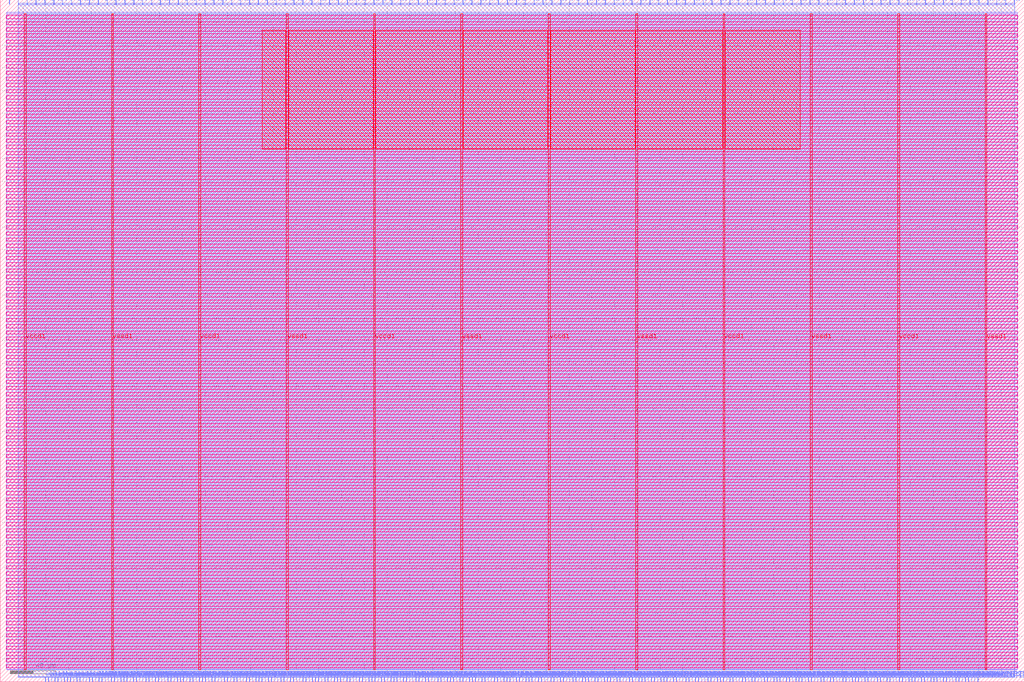
<source format=lef>
VERSION 5.7 ;
  NOWIREEXTENSIONATPIN ON ;
  DIVIDERCHAR "/" ;
  BUSBITCHARS "[]" ;
MACRO user_proj_example
  CLASS BLOCK ;
  FOREIGN user_proj_example ;
  ORIGIN 0.000 0.000 ;
  SIZE 900.000 BY 600.000 ;
  PIN io_in[0]
    DIRECTION INPUT ;
    USE SIGNAL ;
    PORT
      LAYER met2 ;
        RECT 7.910 596.000 8.190 600.000 ;
    END
  END io_in[0]
  PIN io_in[10]
    DIRECTION INPUT ;
    USE SIGNAL ;
    PORT
      LAYER met2 ;
        RECT 242.510 596.000 242.790 600.000 ;
    END
  END io_in[10]
  PIN io_in[11]
    DIRECTION INPUT ;
    USE SIGNAL ;
    PORT
      LAYER met2 ;
        RECT 265.970 596.000 266.250 600.000 ;
    END
  END io_in[11]
  PIN io_in[12]
    DIRECTION INPUT ;
    USE SIGNAL ;
    PORT
      LAYER met2 ;
        RECT 289.430 596.000 289.710 600.000 ;
    END
  END io_in[12]
  PIN io_in[13]
    DIRECTION INPUT ;
    USE SIGNAL ;
    PORT
      LAYER met2 ;
        RECT 312.890 596.000 313.170 600.000 ;
    END
  END io_in[13]
  PIN io_in[14]
    DIRECTION INPUT ;
    USE SIGNAL ;
    PORT
      LAYER met2 ;
        RECT 336.350 596.000 336.630 600.000 ;
    END
  END io_in[14]
  PIN io_in[15]
    DIRECTION INPUT ;
    USE SIGNAL ;
    PORT
      LAYER met2 ;
        RECT 359.810 596.000 360.090 600.000 ;
    END
  END io_in[15]
  PIN io_in[16]
    DIRECTION INPUT ;
    USE SIGNAL ;
    PORT
      LAYER met2 ;
        RECT 383.270 596.000 383.550 600.000 ;
    END
  END io_in[16]
  PIN io_in[17]
    DIRECTION INPUT ;
    USE SIGNAL ;
    PORT
      LAYER met2 ;
        RECT 406.730 596.000 407.010 600.000 ;
    END
  END io_in[17]
  PIN io_in[18]
    DIRECTION INPUT ;
    USE SIGNAL ;
    PORT
      LAYER met2 ;
        RECT 430.190 596.000 430.470 600.000 ;
    END
  END io_in[18]
  PIN io_in[19]
    DIRECTION INPUT ;
    USE SIGNAL ;
    PORT
      LAYER met2 ;
        RECT 453.650 596.000 453.930 600.000 ;
    END
  END io_in[19]
  PIN io_in[1]
    DIRECTION INPUT ;
    USE SIGNAL ;
    PORT
      LAYER met2 ;
        RECT 31.370 596.000 31.650 600.000 ;
    END
  END io_in[1]
  PIN io_in[20]
    DIRECTION INPUT ;
    USE SIGNAL ;
    PORT
      LAYER met2 ;
        RECT 477.110 596.000 477.390 600.000 ;
    END
  END io_in[20]
  PIN io_in[21]
    DIRECTION INPUT ;
    USE SIGNAL ;
    PORT
      LAYER met2 ;
        RECT 500.570 596.000 500.850 600.000 ;
    END
  END io_in[21]
  PIN io_in[22]
    DIRECTION INPUT ;
    USE SIGNAL ;
    PORT
      LAYER met2 ;
        RECT 524.030 596.000 524.310 600.000 ;
    END
  END io_in[22]
  PIN io_in[23]
    DIRECTION INPUT ;
    USE SIGNAL ;
    PORT
      LAYER met2 ;
        RECT 547.490 596.000 547.770 600.000 ;
    END
  END io_in[23]
  PIN io_in[24]
    DIRECTION INPUT ;
    USE SIGNAL ;
    PORT
      LAYER met2 ;
        RECT 570.950 596.000 571.230 600.000 ;
    END
  END io_in[24]
  PIN io_in[25]
    DIRECTION INPUT ;
    USE SIGNAL ;
    PORT
      LAYER met2 ;
        RECT 594.410 596.000 594.690 600.000 ;
    END
  END io_in[25]
  PIN io_in[26]
    DIRECTION INPUT ;
    USE SIGNAL ;
    PORT
      LAYER met2 ;
        RECT 617.870 596.000 618.150 600.000 ;
    END
  END io_in[26]
  PIN io_in[27]
    DIRECTION INPUT ;
    USE SIGNAL ;
    PORT
      LAYER met2 ;
        RECT 641.330 596.000 641.610 600.000 ;
    END
  END io_in[27]
  PIN io_in[28]
    DIRECTION INPUT ;
    USE SIGNAL ;
    PORT
      LAYER met2 ;
        RECT 664.790 596.000 665.070 600.000 ;
    END
  END io_in[28]
  PIN io_in[29]
    DIRECTION INPUT ;
    USE SIGNAL ;
    PORT
      LAYER met2 ;
        RECT 688.250 596.000 688.530 600.000 ;
    END
  END io_in[29]
  PIN io_in[2]
    DIRECTION INPUT ;
    USE SIGNAL ;
    PORT
      LAYER met2 ;
        RECT 54.830 596.000 55.110 600.000 ;
    END
  END io_in[2]
  PIN io_in[30]
    DIRECTION INPUT ;
    USE SIGNAL ;
    PORT
      LAYER met2 ;
        RECT 711.710 596.000 711.990 600.000 ;
    END
  END io_in[30]
  PIN io_in[31]
    DIRECTION INPUT ;
    USE SIGNAL ;
    PORT
      LAYER met2 ;
        RECT 735.170 596.000 735.450 600.000 ;
    END
  END io_in[31]
  PIN io_in[32]
    DIRECTION INPUT ;
    USE SIGNAL ;
    PORT
      LAYER met2 ;
        RECT 758.630 596.000 758.910 600.000 ;
    END
  END io_in[32]
  PIN io_in[33]
    DIRECTION INPUT ;
    USE SIGNAL ;
    PORT
      LAYER met2 ;
        RECT 782.090 596.000 782.370 600.000 ;
    END
  END io_in[33]
  PIN io_in[34]
    DIRECTION INPUT ;
    USE SIGNAL ;
    PORT
      LAYER met2 ;
        RECT 805.550 596.000 805.830 600.000 ;
    END
  END io_in[34]
  PIN io_in[35]
    DIRECTION INPUT ;
    USE SIGNAL ;
    PORT
      LAYER met2 ;
        RECT 829.010 596.000 829.290 600.000 ;
    END
  END io_in[35]
  PIN io_in[36]
    DIRECTION INPUT ;
    USE SIGNAL ;
    PORT
      LAYER met2 ;
        RECT 852.470 596.000 852.750 600.000 ;
    END
  END io_in[36]
  PIN io_in[37]
    DIRECTION INPUT ;
    USE SIGNAL ;
    PORT
      LAYER met2 ;
        RECT 875.930 596.000 876.210 600.000 ;
    END
  END io_in[37]
  PIN io_in[3]
    DIRECTION INPUT ;
    USE SIGNAL ;
    PORT
      LAYER met2 ;
        RECT 78.290 596.000 78.570 600.000 ;
    END
  END io_in[3]
  PIN io_in[4]
    DIRECTION INPUT ;
    USE SIGNAL ;
    PORT
      LAYER met2 ;
        RECT 101.750 596.000 102.030 600.000 ;
    END
  END io_in[4]
  PIN io_in[5]
    DIRECTION INPUT ;
    USE SIGNAL ;
    PORT
      LAYER met2 ;
        RECT 125.210 596.000 125.490 600.000 ;
    END
  END io_in[5]
  PIN io_in[6]
    DIRECTION INPUT ;
    USE SIGNAL ;
    PORT
      LAYER met2 ;
        RECT 148.670 596.000 148.950 600.000 ;
    END
  END io_in[6]
  PIN io_in[7]
    DIRECTION INPUT ;
    USE SIGNAL ;
    PORT
      LAYER met2 ;
        RECT 172.130 596.000 172.410 600.000 ;
    END
  END io_in[7]
  PIN io_in[8]
    DIRECTION INPUT ;
    USE SIGNAL ;
    PORT
      LAYER met2 ;
        RECT 195.590 596.000 195.870 600.000 ;
    END
  END io_in[8]
  PIN io_in[9]
    DIRECTION INPUT ;
    USE SIGNAL ;
    PORT
      LAYER met2 ;
        RECT 219.050 596.000 219.330 600.000 ;
    END
  END io_in[9]
  PIN io_oeb[0]
    DIRECTION OUTPUT TRISTATE ;
    USE SIGNAL ;
    PORT
      LAYER met2 ;
        RECT 15.730 596.000 16.010 600.000 ;
    END
  END io_oeb[0]
  PIN io_oeb[10]
    DIRECTION OUTPUT TRISTATE ;
    USE SIGNAL ;
    PORT
      LAYER met2 ;
        RECT 250.330 596.000 250.610 600.000 ;
    END
  END io_oeb[10]
  PIN io_oeb[11]
    DIRECTION OUTPUT TRISTATE ;
    USE SIGNAL ;
    PORT
      LAYER met2 ;
        RECT 273.790 596.000 274.070 600.000 ;
    END
  END io_oeb[11]
  PIN io_oeb[12]
    DIRECTION OUTPUT TRISTATE ;
    USE SIGNAL ;
    PORT
      LAYER met2 ;
        RECT 297.250 596.000 297.530 600.000 ;
    END
  END io_oeb[12]
  PIN io_oeb[13]
    DIRECTION OUTPUT TRISTATE ;
    USE SIGNAL ;
    PORT
      LAYER met2 ;
        RECT 320.710 596.000 320.990 600.000 ;
    END
  END io_oeb[13]
  PIN io_oeb[14]
    DIRECTION OUTPUT TRISTATE ;
    USE SIGNAL ;
    PORT
      LAYER met2 ;
        RECT 344.170 596.000 344.450 600.000 ;
    END
  END io_oeb[14]
  PIN io_oeb[15]
    DIRECTION OUTPUT TRISTATE ;
    USE SIGNAL ;
    PORT
      LAYER met2 ;
        RECT 367.630 596.000 367.910 600.000 ;
    END
  END io_oeb[15]
  PIN io_oeb[16]
    DIRECTION OUTPUT TRISTATE ;
    USE SIGNAL ;
    PORT
      LAYER met2 ;
        RECT 391.090 596.000 391.370 600.000 ;
    END
  END io_oeb[16]
  PIN io_oeb[17]
    DIRECTION OUTPUT TRISTATE ;
    USE SIGNAL ;
    PORT
      LAYER met2 ;
        RECT 414.550 596.000 414.830 600.000 ;
    END
  END io_oeb[17]
  PIN io_oeb[18]
    DIRECTION OUTPUT TRISTATE ;
    USE SIGNAL ;
    PORT
      LAYER met2 ;
        RECT 438.010 596.000 438.290 600.000 ;
    END
  END io_oeb[18]
  PIN io_oeb[19]
    DIRECTION OUTPUT TRISTATE ;
    USE SIGNAL ;
    PORT
      LAYER met2 ;
        RECT 461.470 596.000 461.750 600.000 ;
    END
  END io_oeb[19]
  PIN io_oeb[1]
    DIRECTION OUTPUT TRISTATE ;
    USE SIGNAL ;
    PORT
      LAYER met2 ;
        RECT 39.190 596.000 39.470 600.000 ;
    END
  END io_oeb[1]
  PIN io_oeb[20]
    DIRECTION OUTPUT TRISTATE ;
    USE SIGNAL ;
    PORT
      LAYER met2 ;
        RECT 484.930 596.000 485.210 600.000 ;
    END
  END io_oeb[20]
  PIN io_oeb[21]
    DIRECTION OUTPUT TRISTATE ;
    USE SIGNAL ;
    PORT
      LAYER met2 ;
        RECT 508.390 596.000 508.670 600.000 ;
    END
  END io_oeb[21]
  PIN io_oeb[22]
    DIRECTION OUTPUT TRISTATE ;
    USE SIGNAL ;
    PORT
      LAYER met2 ;
        RECT 531.850 596.000 532.130 600.000 ;
    END
  END io_oeb[22]
  PIN io_oeb[23]
    DIRECTION OUTPUT TRISTATE ;
    USE SIGNAL ;
    PORT
      LAYER met2 ;
        RECT 555.310 596.000 555.590 600.000 ;
    END
  END io_oeb[23]
  PIN io_oeb[24]
    DIRECTION OUTPUT TRISTATE ;
    USE SIGNAL ;
    PORT
      LAYER met2 ;
        RECT 578.770 596.000 579.050 600.000 ;
    END
  END io_oeb[24]
  PIN io_oeb[25]
    DIRECTION OUTPUT TRISTATE ;
    USE SIGNAL ;
    PORT
      LAYER met2 ;
        RECT 602.230 596.000 602.510 600.000 ;
    END
  END io_oeb[25]
  PIN io_oeb[26]
    DIRECTION OUTPUT TRISTATE ;
    USE SIGNAL ;
    PORT
      LAYER met2 ;
        RECT 625.690 596.000 625.970 600.000 ;
    END
  END io_oeb[26]
  PIN io_oeb[27]
    DIRECTION OUTPUT TRISTATE ;
    USE SIGNAL ;
    PORT
      LAYER met2 ;
        RECT 649.150 596.000 649.430 600.000 ;
    END
  END io_oeb[27]
  PIN io_oeb[28]
    DIRECTION OUTPUT TRISTATE ;
    USE SIGNAL ;
    PORT
      LAYER met2 ;
        RECT 672.610 596.000 672.890 600.000 ;
    END
  END io_oeb[28]
  PIN io_oeb[29]
    DIRECTION OUTPUT TRISTATE ;
    USE SIGNAL ;
    PORT
      LAYER met2 ;
        RECT 696.070 596.000 696.350 600.000 ;
    END
  END io_oeb[29]
  PIN io_oeb[2]
    DIRECTION OUTPUT TRISTATE ;
    USE SIGNAL ;
    PORT
      LAYER met2 ;
        RECT 62.650 596.000 62.930 600.000 ;
    END
  END io_oeb[2]
  PIN io_oeb[30]
    DIRECTION OUTPUT TRISTATE ;
    USE SIGNAL ;
    PORT
      LAYER met2 ;
        RECT 719.530 596.000 719.810 600.000 ;
    END
  END io_oeb[30]
  PIN io_oeb[31]
    DIRECTION OUTPUT TRISTATE ;
    USE SIGNAL ;
    PORT
      LAYER met2 ;
        RECT 742.990 596.000 743.270 600.000 ;
    END
  END io_oeb[31]
  PIN io_oeb[32]
    DIRECTION OUTPUT TRISTATE ;
    USE SIGNAL ;
    PORT
      LAYER met2 ;
        RECT 766.450 596.000 766.730 600.000 ;
    END
  END io_oeb[32]
  PIN io_oeb[33]
    DIRECTION OUTPUT TRISTATE ;
    USE SIGNAL ;
    PORT
      LAYER met2 ;
        RECT 789.910 596.000 790.190 600.000 ;
    END
  END io_oeb[33]
  PIN io_oeb[34]
    DIRECTION OUTPUT TRISTATE ;
    USE SIGNAL ;
    PORT
      LAYER met2 ;
        RECT 813.370 596.000 813.650 600.000 ;
    END
  END io_oeb[34]
  PIN io_oeb[35]
    DIRECTION OUTPUT TRISTATE ;
    USE SIGNAL ;
    PORT
      LAYER met2 ;
        RECT 836.830 596.000 837.110 600.000 ;
    END
  END io_oeb[35]
  PIN io_oeb[36]
    DIRECTION OUTPUT TRISTATE ;
    USE SIGNAL ;
    PORT
      LAYER met2 ;
        RECT 860.290 596.000 860.570 600.000 ;
    END
  END io_oeb[36]
  PIN io_oeb[37]
    DIRECTION OUTPUT TRISTATE ;
    USE SIGNAL ;
    PORT
      LAYER met2 ;
        RECT 883.750 596.000 884.030 600.000 ;
    END
  END io_oeb[37]
  PIN io_oeb[3]
    DIRECTION OUTPUT TRISTATE ;
    USE SIGNAL ;
    PORT
      LAYER met2 ;
        RECT 86.110 596.000 86.390 600.000 ;
    END
  END io_oeb[3]
  PIN io_oeb[4]
    DIRECTION OUTPUT TRISTATE ;
    USE SIGNAL ;
    PORT
      LAYER met2 ;
        RECT 109.570 596.000 109.850 600.000 ;
    END
  END io_oeb[4]
  PIN io_oeb[5]
    DIRECTION OUTPUT TRISTATE ;
    USE SIGNAL ;
    PORT
      LAYER met2 ;
        RECT 133.030 596.000 133.310 600.000 ;
    END
  END io_oeb[5]
  PIN io_oeb[6]
    DIRECTION OUTPUT TRISTATE ;
    USE SIGNAL ;
    PORT
      LAYER met2 ;
        RECT 156.490 596.000 156.770 600.000 ;
    END
  END io_oeb[6]
  PIN io_oeb[7]
    DIRECTION OUTPUT TRISTATE ;
    USE SIGNAL ;
    PORT
      LAYER met2 ;
        RECT 179.950 596.000 180.230 600.000 ;
    END
  END io_oeb[7]
  PIN io_oeb[8]
    DIRECTION OUTPUT TRISTATE ;
    USE SIGNAL ;
    PORT
      LAYER met2 ;
        RECT 203.410 596.000 203.690 600.000 ;
    END
  END io_oeb[8]
  PIN io_oeb[9]
    DIRECTION OUTPUT TRISTATE ;
    USE SIGNAL ;
    PORT
      LAYER met2 ;
        RECT 226.870 596.000 227.150 600.000 ;
    END
  END io_oeb[9]
  PIN io_out[0]
    DIRECTION OUTPUT TRISTATE ;
    USE SIGNAL ;
    PORT
      LAYER met2 ;
        RECT 23.550 596.000 23.830 600.000 ;
    END
  END io_out[0]
  PIN io_out[10]
    DIRECTION OUTPUT TRISTATE ;
    USE SIGNAL ;
    PORT
      LAYER met2 ;
        RECT 258.150 596.000 258.430 600.000 ;
    END
  END io_out[10]
  PIN io_out[11]
    DIRECTION OUTPUT TRISTATE ;
    USE SIGNAL ;
    PORT
      LAYER met2 ;
        RECT 281.610 596.000 281.890 600.000 ;
    END
  END io_out[11]
  PIN io_out[12]
    DIRECTION OUTPUT TRISTATE ;
    USE SIGNAL ;
    PORT
      LAYER met2 ;
        RECT 305.070 596.000 305.350 600.000 ;
    END
  END io_out[12]
  PIN io_out[13]
    DIRECTION OUTPUT TRISTATE ;
    USE SIGNAL ;
    PORT
      LAYER met2 ;
        RECT 328.530 596.000 328.810 600.000 ;
    END
  END io_out[13]
  PIN io_out[14]
    DIRECTION OUTPUT TRISTATE ;
    USE SIGNAL ;
    PORT
      LAYER met2 ;
        RECT 351.990 596.000 352.270 600.000 ;
    END
  END io_out[14]
  PIN io_out[15]
    DIRECTION OUTPUT TRISTATE ;
    USE SIGNAL ;
    PORT
      LAYER met2 ;
        RECT 375.450 596.000 375.730 600.000 ;
    END
  END io_out[15]
  PIN io_out[16]
    DIRECTION OUTPUT TRISTATE ;
    USE SIGNAL ;
    PORT
      LAYER met2 ;
        RECT 398.910 596.000 399.190 600.000 ;
    END
  END io_out[16]
  PIN io_out[17]
    DIRECTION OUTPUT TRISTATE ;
    USE SIGNAL ;
    PORT
      LAYER met2 ;
        RECT 422.370 596.000 422.650 600.000 ;
    END
  END io_out[17]
  PIN io_out[18]
    DIRECTION OUTPUT TRISTATE ;
    USE SIGNAL ;
    PORT
      LAYER met2 ;
        RECT 445.830 596.000 446.110 600.000 ;
    END
  END io_out[18]
  PIN io_out[19]
    DIRECTION OUTPUT TRISTATE ;
    USE SIGNAL ;
    PORT
      LAYER met2 ;
        RECT 469.290 596.000 469.570 600.000 ;
    END
  END io_out[19]
  PIN io_out[1]
    DIRECTION OUTPUT TRISTATE ;
    USE SIGNAL ;
    PORT
      LAYER met2 ;
        RECT 47.010 596.000 47.290 600.000 ;
    END
  END io_out[1]
  PIN io_out[20]
    DIRECTION OUTPUT TRISTATE ;
    USE SIGNAL ;
    PORT
      LAYER met2 ;
        RECT 492.750 596.000 493.030 600.000 ;
    END
  END io_out[20]
  PIN io_out[21]
    DIRECTION OUTPUT TRISTATE ;
    USE SIGNAL ;
    PORT
      LAYER met2 ;
        RECT 516.210 596.000 516.490 600.000 ;
    END
  END io_out[21]
  PIN io_out[22]
    DIRECTION OUTPUT TRISTATE ;
    USE SIGNAL ;
    PORT
      LAYER met2 ;
        RECT 539.670 596.000 539.950 600.000 ;
    END
  END io_out[22]
  PIN io_out[23]
    DIRECTION OUTPUT TRISTATE ;
    USE SIGNAL ;
    PORT
      LAYER met2 ;
        RECT 563.130 596.000 563.410 600.000 ;
    END
  END io_out[23]
  PIN io_out[24]
    DIRECTION OUTPUT TRISTATE ;
    USE SIGNAL ;
    PORT
      LAYER met2 ;
        RECT 586.590 596.000 586.870 600.000 ;
    END
  END io_out[24]
  PIN io_out[25]
    DIRECTION OUTPUT TRISTATE ;
    USE SIGNAL ;
    PORT
      LAYER met2 ;
        RECT 610.050 596.000 610.330 600.000 ;
    END
  END io_out[25]
  PIN io_out[26]
    DIRECTION OUTPUT TRISTATE ;
    USE SIGNAL ;
    PORT
      LAYER met2 ;
        RECT 633.510 596.000 633.790 600.000 ;
    END
  END io_out[26]
  PIN io_out[27]
    DIRECTION OUTPUT TRISTATE ;
    USE SIGNAL ;
    PORT
      LAYER met2 ;
        RECT 656.970 596.000 657.250 600.000 ;
    END
  END io_out[27]
  PIN io_out[28]
    DIRECTION OUTPUT TRISTATE ;
    USE SIGNAL ;
    PORT
      LAYER met2 ;
        RECT 680.430 596.000 680.710 600.000 ;
    END
  END io_out[28]
  PIN io_out[29]
    DIRECTION OUTPUT TRISTATE ;
    USE SIGNAL ;
    PORT
      LAYER met2 ;
        RECT 703.890 596.000 704.170 600.000 ;
    END
  END io_out[29]
  PIN io_out[2]
    DIRECTION OUTPUT TRISTATE ;
    USE SIGNAL ;
    PORT
      LAYER met2 ;
        RECT 70.470 596.000 70.750 600.000 ;
    END
  END io_out[2]
  PIN io_out[30]
    DIRECTION OUTPUT TRISTATE ;
    USE SIGNAL ;
    PORT
      LAYER met2 ;
        RECT 727.350 596.000 727.630 600.000 ;
    END
  END io_out[30]
  PIN io_out[31]
    DIRECTION OUTPUT TRISTATE ;
    USE SIGNAL ;
    PORT
      LAYER met2 ;
        RECT 750.810 596.000 751.090 600.000 ;
    END
  END io_out[31]
  PIN io_out[32]
    DIRECTION OUTPUT TRISTATE ;
    USE SIGNAL ;
    PORT
      LAYER met2 ;
        RECT 774.270 596.000 774.550 600.000 ;
    END
  END io_out[32]
  PIN io_out[33]
    DIRECTION OUTPUT TRISTATE ;
    USE SIGNAL ;
    PORT
      LAYER met2 ;
        RECT 797.730 596.000 798.010 600.000 ;
    END
  END io_out[33]
  PIN io_out[34]
    DIRECTION OUTPUT TRISTATE ;
    USE SIGNAL ;
    PORT
      LAYER met2 ;
        RECT 821.190 596.000 821.470 600.000 ;
    END
  END io_out[34]
  PIN io_out[35]
    DIRECTION OUTPUT TRISTATE ;
    USE SIGNAL ;
    PORT
      LAYER met2 ;
        RECT 844.650 596.000 844.930 600.000 ;
    END
  END io_out[35]
  PIN io_out[36]
    DIRECTION OUTPUT TRISTATE ;
    USE SIGNAL ;
    PORT
      LAYER met2 ;
        RECT 868.110 596.000 868.390 600.000 ;
    END
  END io_out[36]
  PIN io_out[37]
    DIRECTION OUTPUT TRISTATE ;
    USE SIGNAL ;
    PORT
      LAYER met2 ;
        RECT 891.570 596.000 891.850 600.000 ;
    END
  END io_out[37]
  PIN io_out[3]
    DIRECTION OUTPUT TRISTATE ;
    USE SIGNAL ;
    PORT
      LAYER met2 ;
        RECT 93.930 596.000 94.210 600.000 ;
    END
  END io_out[3]
  PIN io_out[4]
    DIRECTION OUTPUT TRISTATE ;
    USE SIGNAL ;
    PORT
      LAYER met2 ;
        RECT 117.390 596.000 117.670 600.000 ;
    END
  END io_out[4]
  PIN io_out[5]
    DIRECTION OUTPUT TRISTATE ;
    USE SIGNAL ;
    PORT
      LAYER met2 ;
        RECT 140.850 596.000 141.130 600.000 ;
    END
  END io_out[5]
  PIN io_out[6]
    DIRECTION OUTPUT TRISTATE ;
    USE SIGNAL ;
    PORT
      LAYER met2 ;
        RECT 164.310 596.000 164.590 600.000 ;
    END
  END io_out[6]
  PIN io_out[7]
    DIRECTION OUTPUT TRISTATE ;
    USE SIGNAL ;
    PORT
      LAYER met2 ;
        RECT 187.770 596.000 188.050 600.000 ;
    END
  END io_out[7]
  PIN io_out[8]
    DIRECTION OUTPUT TRISTATE ;
    USE SIGNAL ;
    PORT
      LAYER met2 ;
        RECT 211.230 596.000 211.510 600.000 ;
    END
  END io_out[8]
  PIN io_out[9]
    DIRECTION OUTPUT TRISTATE ;
    USE SIGNAL ;
    PORT
      LAYER met2 ;
        RECT 234.690 596.000 234.970 600.000 ;
    END
  END io_out[9]
  PIN la_data_in[0]
    DIRECTION INPUT ;
    USE SIGNAL ;
    PORT
      LAYER met2 ;
        RECT 332.210 0.000 332.490 4.000 ;
    END
  END la_data_in[0]
  PIN la_data_in[10]
    DIRECTION INPUT ;
    USE SIGNAL ;
    PORT
      LAYER met2 ;
        RECT 415.010 0.000 415.290 4.000 ;
    END
  END la_data_in[10]
  PIN la_data_in[11]
    DIRECTION INPUT ;
    USE SIGNAL ;
    PORT
      LAYER met2 ;
        RECT 423.290 0.000 423.570 4.000 ;
    END
  END la_data_in[11]
  PIN la_data_in[12]
    DIRECTION INPUT ;
    USE SIGNAL ;
    PORT
      LAYER met2 ;
        RECT 431.570 0.000 431.850 4.000 ;
    END
  END la_data_in[12]
  PIN la_data_in[13]
    DIRECTION INPUT ;
    USE SIGNAL ;
    PORT
      LAYER met2 ;
        RECT 439.850 0.000 440.130 4.000 ;
    END
  END la_data_in[13]
  PIN la_data_in[14]
    DIRECTION INPUT ;
    USE SIGNAL ;
    PORT
      LAYER met2 ;
        RECT 448.130 0.000 448.410 4.000 ;
    END
  END la_data_in[14]
  PIN la_data_in[15]
    DIRECTION INPUT ;
    USE SIGNAL ;
    PORT
      LAYER met2 ;
        RECT 456.410 0.000 456.690 4.000 ;
    END
  END la_data_in[15]
  PIN la_data_in[16]
    DIRECTION INPUT ;
    USE SIGNAL ;
    PORT
      LAYER met2 ;
        RECT 464.690 0.000 464.970 4.000 ;
    END
  END la_data_in[16]
  PIN la_data_in[17]
    DIRECTION INPUT ;
    USE SIGNAL ;
    PORT
      LAYER met2 ;
        RECT 472.970 0.000 473.250 4.000 ;
    END
  END la_data_in[17]
  PIN la_data_in[18]
    DIRECTION INPUT ;
    USE SIGNAL ;
    PORT
      LAYER met2 ;
        RECT 481.250 0.000 481.530 4.000 ;
    END
  END la_data_in[18]
  PIN la_data_in[19]
    DIRECTION INPUT ;
    USE SIGNAL ;
    PORT
      LAYER met2 ;
        RECT 489.530 0.000 489.810 4.000 ;
    END
  END la_data_in[19]
  PIN la_data_in[1]
    DIRECTION INPUT ;
    USE SIGNAL ;
    PORT
      LAYER met2 ;
        RECT 340.490 0.000 340.770 4.000 ;
    END
  END la_data_in[1]
  PIN la_data_in[20]
    DIRECTION INPUT ;
    USE SIGNAL ;
    PORT
      LAYER met2 ;
        RECT 497.810 0.000 498.090 4.000 ;
    END
  END la_data_in[20]
  PIN la_data_in[21]
    DIRECTION INPUT ;
    USE SIGNAL ;
    PORT
      LAYER met2 ;
        RECT 506.090 0.000 506.370 4.000 ;
    END
  END la_data_in[21]
  PIN la_data_in[22]
    DIRECTION INPUT ;
    USE SIGNAL ;
    PORT
      LAYER met2 ;
        RECT 514.370 0.000 514.650 4.000 ;
    END
  END la_data_in[22]
  PIN la_data_in[23]
    DIRECTION INPUT ;
    USE SIGNAL ;
    PORT
      LAYER met2 ;
        RECT 522.650 0.000 522.930 4.000 ;
    END
  END la_data_in[23]
  PIN la_data_in[24]
    DIRECTION INPUT ;
    USE SIGNAL ;
    PORT
      LAYER met2 ;
        RECT 530.930 0.000 531.210 4.000 ;
    END
  END la_data_in[24]
  PIN la_data_in[25]
    DIRECTION INPUT ;
    USE SIGNAL ;
    PORT
      LAYER met2 ;
        RECT 539.210 0.000 539.490 4.000 ;
    END
  END la_data_in[25]
  PIN la_data_in[26]
    DIRECTION INPUT ;
    USE SIGNAL ;
    PORT
      LAYER met2 ;
        RECT 547.490 0.000 547.770 4.000 ;
    END
  END la_data_in[26]
  PIN la_data_in[27]
    DIRECTION INPUT ;
    USE SIGNAL ;
    PORT
      LAYER met2 ;
        RECT 555.770 0.000 556.050 4.000 ;
    END
  END la_data_in[27]
  PIN la_data_in[28]
    DIRECTION INPUT ;
    USE SIGNAL ;
    PORT
      LAYER met2 ;
        RECT 564.050 0.000 564.330 4.000 ;
    END
  END la_data_in[28]
  PIN la_data_in[29]
    DIRECTION INPUT ;
    USE SIGNAL ;
    PORT
      LAYER met2 ;
        RECT 572.330 0.000 572.610 4.000 ;
    END
  END la_data_in[29]
  PIN la_data_in[2]
    DIRECTION INPUT ;
    USE SIGNAL ;
    PORT
      LAYER met2 ;
        RECT 348.770 0.000 349.050 4.000 ;
    END
  END la_data_in[2]
  PIN la_data_in[30]
    DIRECTION INPUT ;
    USE SIGNAL ;
    PORT
      LAYER met2 ;
        RECT 580.610 0.000 580.890 4.000 ;
    END
  END la_data_in[30]
  PIN la_data_in[31]
    DIRECTION INPUT ;
    USE SIGNAL ;
    PORT
      LAYER met2 ;
        RECT 588.890 0.000 589.170 4.000 ;
    END
  END la_data_in[31]
  PIN la_data_in[32]
    DIRECTION INPUT ;
    USE SIGNAL ;
    PORT
      LAYER met2 ;
        RECT 597.170 0.000 597.450 4.000 ;
    END
  END la_data_in[32]
  PIN la_data_in[33]
    DIRECTION INPUT ;
    USE SIGNAL ;
    PORT
      LAYER met2 ;
        RECT 605.450 0.000 605.730 4.000 ;
    END
  END la_data_in[33]
  PIN la_data_in[34]
    DIRECTION INPUT ;
    USE SIGNAL ;
    PORT
      LAYER met2 ;
        RECT 613.730 0.000 614.010 4.000 ;
    END
  END la_data_in[34]
  PIN la_data_in[35]
    DIRECTION INPUT ;
    USE SIGNAL ;
    PORT
      LAYER met2 ;
        RECT 622.010 0.000 622.290 4.000 ;
    END
  END la_data_in[35]
  PIN la_data_in[36]
    DIRECTION INPUT ;
    USE SIGNAL ;
    PORT
      LAYER met2 ;
        RECT 630.290 0.000 630.570 4.000 ;
    END
  END la_data_in[36]
  PIN la_data_in[37]
    DIRECTION INPUT ;
    USE SIGNAL ;
    PORT
      LAYER met2 ;
        RECT 638.570 0.000 638.850 4.000 ;
    END
  END la_data_in[37]
  PIN la_data_in[38]
    DIRECTION INPUT ;
    USE SIGNAL ;
    PORT
      LAYER met2 ;
        RECT 646.850 0.000 647.130 4.000 ;
    END
  END la_data_in[38]
  PIN la_data_in[39]
    DIRECTION INPUT ;
    USE SIGNAL ;
    PORT
      LAYER met2 ;
        RECT 655.130 0.000 655.410 4.000 ;
    END
  END la_data_in[39]
  PIN la_data_in[3]
    DIRECTION INPUT ;
    USE SIGNAL ;
    PORT
      LAYER met2 ;
        RECT 357.050 0.000 357.330 4.000 ;
    END
  END la_data_in[3]
  PIN la_data_in[40]
    DIRECTION INPUT ;
    USE SIGNAL ;
    PORT
      LAYER met2 ;
        RECT 663.410 0.000 663.690 4.000 ;
    END
  END la_data_in[40]
  PIN la_data_in[41]
    DIRECTION INPUT ;
    USE SIGNAL ;
    PORT
      LAYER met2 ;
        RECT 671.690 0.000 671.970 4.000 ;
    END
  END la_data_in[41]
  PIN la_data_in[42]
    DIRECTION INPUT ;
    USE SIGNAL ;
    PORT
      LAYER met2 ;
        RECT 679.970 0.000 680.250 4.000 ;
    END
  END la_data_in[42]
  PIN la_data_in[43]
    DIRECTION INPUT ;
    USE SIGNAL ;
    PORT
      LAYER met2 ;
        RECT 688.250 0.000 688.530 4.000 ;
    END
  END la_data_in[43]
  PIN la_data_in[44]
    DIRECTION INPUT ;
    USE SIGNAL ;
    PORT
      LAYER met2 ;
        RECT 696.530 0.000 696.810 4.000 ;
    END
  END la_data_in[44]
  PIN la_data_in[45]
    DIRECTION INPUT ;
    USE SIGNAL ;
    PORT
      LAYER met2 ;
        RECT 704.810 0.000 705.090 4.000 ;
    END
  END la_data_in[45]
  PIN la_data_in[46]
    DIRECTION INPUT ;
    USE SIGNAL ;
    PORT
      LAYER met2 ;
        RECT 713.090 0.000 713.370 4.000 ;
    END
  END la_data_in[46]
  PIN la_data_in[47]
    DIRECTION INPUT ;
    USE SIGNAL ;
    PORT
      LAYER met2 ;
        RECT 721.370 0.000 721.650 4.000 ;
    END
  END la_data_in[47]
  PIN la_data_in[48]
    DIRECTION INPUT ;
    USE SIGNAL ;
    PORT
      LAYER met2 ;
        RECT 729.650 0.000 729.930 4.000 ;
    END
  END la_data_in[48]
  PIN la_data_in[49]
    DIRECTION INPUT ;
    USE SIGNAL ;
    PORT
      LAYER met2 ;
        RECT 737.930 0.000 738.210 4.000 ;
    END
  END la_data_in[49]
  PIN la_data_in[4]
    DIRECTION INPUT ;
    USE SIGNAL ;
    PORT
      LAYER met2 ;
        RECT 365.330 0.000 365.610 4.000 ;
    END
  END la_data_in[4]
  PIN la_data_in[50]
    DIRECTION INPUT ;
    USE SIGNAL ;
    PORT
      LAYER met2 ;
        RECT 746.210 0.000 746.490 4.000 ;
    END
  END la_data_in[50]
  PIN la_data_in[51]
    DIRECTION INPUT ;
    USE SIGNAL ;
    PORT
      LAYER met2 ;
        RECT 754.490 0.000 754.770 4.000 ;
    END
  END la_data_in[51]
  PIN la_data_in[52]
    DIRECTION INPUT ;
    USE SIGNAL ;
    PORT
      LAYER met2 ;
        RECT 762.770 0.000 763.050 4.000 ;
    END
  END la_data_in[52]
  PIN la_data_in[53]
    DIRECTION INPUT ;
    USE SIGNAL ;
    PORT
      LAYER met2 ;
        RECT 771.050 0.000 771.330 4.000 ;
    END
  END la_data_in[53]
  PIN la_data_in[54]
    DIRECTION INPUT ;
    USE SIGNAL ;
    PORT
      LAYER met2 ;
        RECT 779.330 0.000 779.610 4.000 ;
    END
  END la_data_in[54]
  PIN la_data_in[55]
    DIRECTION INPUT ;
    USE SIGNAL ;
    PORT
      LAYER met2 ;
        RECT 787.610 0.000 787.890 4.000 ;
    END
  END la_data_in[55]
  PIN la_data_in[56]
    DIRECTION INPUT ;
    USE SIGNAL ;
    PORT
      LAYER met2 ;
        RECT 795.890 0.000 796.170 4.000 ;
    END
  END la_data_in[56]
  PIN la_data_in[57]
    DIRECTION INPUT ;
    USE SIGNAL ;
    PORT
      LAYER met2 ;
        RECT 804.170 0.000 804.450 4.000 ;
    END
  END la_data_in[57]
  PIN la_data_in[58]
    DIRECTION INPUT ;
    USE SIGNAL ;
    PORT
      LAYER met2 ;
        RECT 812.450 0.000 812.730 4.000 ;
    END
  END la_data_in[58]
  PIN la_data_in[59]
    DIRECTION INPUT ;
    USE SIGNAL ;
    PORT
      LAYER met2 ;
        RECT 820.730 0.000 821.010 4.000 ;
    END
  END la_data_in[59]
  PIN la_data_in[5]
    DIRECTION INPUT ;
    USE SIGNAL ;
    PORT
      LAYER met2 ;
        RECT 373.610 0.000 373.890 4.000 ;
    END
  END la_data_in[5]
  PIN la_data_in[60]
    DIRECTION INPUT ;
    USE SIGNAL ;
    PORT
      LAYER met2 ;
        RECT 829.010 0.000 829.290 4.000 ;
    END
  END la_data_in[60]
  PIN la_data_in[61]
    DIRECTION INPUT ;
    USE SIGNAL ;
    PORT
      LAYER met2 ;
        RECT 837.290 0.000 837.570 4.000 ;
    END
  END la_data_in[61]
  PIN la_data_in[62]
    DIRECTION INPUT ;
    USE SIGNAL ;
    PORT
      LAYER met2 ;
        RECT 845.570 0.000 845.850 4.000 ;
    END
  END la_data_in[62]
  PIN la_data_in[63]
    DIRECTION INPUT ;
    USE SIGNAL ;
    PORT
      LAYER met2 ;
        RECT 853.850 0.000 854.130 4.000 ;
    END
  END la_data_in[63]
  PIN la_data_in[6]
    DIRECTION INPUT ;
    USE SIGNAL ;
    PORT
      LAYER met2 ;
        RECT 381.890 0.000 382.170 4.000 ;
    END
  END la_data_in[6]
  PIN la_data_in[7]
    DIRECTION INPUT ;
    USE SIGNAL ;
    PORT
      LAYER met2 ;
        RECT 390.170 0.000 390.450 4.000 ;
    END
  END la_data_in[7]
  PIN la_data_in[8]
    DIRECTION INPUT ;
    USE SIGNAL ;
    PORT
      LAYER met2 ;
        RECT 398.450 0.000 398.730 4.000 ;
    END
  END la_data_in[8]
  PIN la_data_in[9]
    DIRECTION INPUT ;
    USE SIGNAL ;
    PORT
      LAYER met2 ;
        RECT 406.730 0.000 407.010 4.000 ;
    END
  END la_data_in[9]
  PIN la_data_out[0]
    DIRECTION OUTPUT TRISTATE ;
    USE SIGNAL ;
    PORT
      LAYER met2 ;
        RECT 334.970 0.000 335.250 4.000 ;
    END
  END la_data_out[0]
  PIN la_data_out[10]
    DIRECTION OUTPUT TRISTATE ;
    USE SIGNAL ;
    PORT
      LAYER met2 ;
        RECT 417.770 0.000 418.050 4.000 ;
    END
  END la_data_out[10]
  PIN la_data_out[11]
    DIRECTION OUTPUT TRISTATE ;
    USE SIGNAL ;
    PORT
      LAYER met2 ;
        RECT 426.050 0.000 426.330 4.000 ;
    END
  END la_data_out[11]
  PIN la_data_out[12]
    DIRECTION OUTPUT TRISTATE ;
    USE SIGNAL ;
    PORT
      LAYER met2 ;
        RECT 434.330 0.000 434.610 4.000 ;
    END
  END la_data_out[12]
  PIN la_data_out[13]
    DIRECTION OUTPUT TRISTATE ;
    USE SIGNAL ;
    PORT
      LAYER met2 ;
        RECT 442.610 0.000 442.890 4.000 ;
    END
  END la_data_out[13]
  PIN la_data_out[14]
    DIRECTION OUTPUT TRISTATE ;
    USE SIGNAL ;
    PORT
      LAYER met2 ;
        RECT 450.890 0.000 451.170 4.000 ;
    END
  END la_data_out[14]
  PIN la_data_out[15]
    DIRECTION OUTPUT TRISTATE ;
    USE SIGNAL ;
    PORT
      LAYER met2 ;
        RECT 459.170 0.000 459.450 4.000 ;
    END
  END la_data_out[15]
  PIN la_data_out[16]
    DIRECTION OUTPUT TRISTATE ;
    USE SIGNAL ;
    PORT
      LAYER met2 ;
        RECT 467.450 0.000 467.730 4.000 ;
    END
  END la_data_out[16]
  PIN la_data_out[17]
    DIRECTION OUTPUT TRISTATE ;
    USE SIGNAL ;
    PORT
      LAYER met2 ;
        RECT 475.730 0.000 476.010 4.000 ;
    END
  END la_data_out[17]
  PIN la_data_out[18]
    DIRECTION OUTPUT TRISTATE ;
    USE SIGNAL ;
    PORT
      LAYER met2 ;
        RECT 484.010 0.000 484.290 4.000 ;
    END
  END la_data_out[18]
  PIN la_data_out[19]
    DIRECTION OUTPUT TRISTATE ;
    USE SIGNAL ;
    PORT
      LAYER met2 ;
        RECT 492.290 0.000 492.570 4.000 ;
    END
  END la_data_out[19]
  PIN la_data_out[1]
    DIRECTION OUTPUT TRISTATE ;
    USE SIGNAL ;
    PORT
      LAYER met2 ;
        RECT 343.250 0.000 343.530 4.000 ;
    END
  END la_data_out[1]
  PIN la_data_out[20]
    DIRECTION OUTPUT TRISTATE ;
    USE SIGNAL ;
    PORT
      LAYER met2 ;
        RECT 500.570 0.000 500.850 4.000 ;
    END
  END la_data_out[20]
  PIN la_data_out[21]
    DIRECTION OUTPUT TRISTATE ;
    USE SIGNAL ;
    PORT
      LAYER met2 ;
        RECT 508.850 0.000 509.130 4.000 ;
    END
  END la_data_out[21]
  PIN la_data_out[22]
    DIRECTION OUTPUT TRISTATE ;
    USE SIGNAL ;
    PORT
      LAYER met2 ;
        RECT 517.130 0.000 517.410 4.000 ;
    END
  END la_data_out[22]
  PIN la_data_out[23]
    DIRECTION OUTPUT TRISTATE ;
    USE SIGNAL ;
    PORT
      LAYER met2 ;
        RECT 525.410 0.000 525.690 4.000 ;
    END
  END la_data_out[23]
  PIN la_data_out[24]
    DIRECTION OUTPUT TRISTATE ;
    USE SIGNAL ;
    PORT
      LAYER met2 ;
        RECT 533.690 0.000 533.970 4.000 ;
    END
  END la_data_out[24]
  PIN la_data_out[25]
    DIRECTION OUTPUT TRISTATE ;
    USE SIGNAL ;
    PORT
      LAYER met2 ;
        RECT 541.970 0.000 542.250 4.000 ;
    END
  END la_data_out[25]
  PIN la_data_out[26]
    DIRECTION OUTPUT TRISTATE ;
    USE SIGNAL ;
    PORT
      LAYER met2 ;
        RECT 550.250 0.000 550.530 4.000 ;
    END
  END la_data_out[26]
  PIN la_data_out[27]
    DIRECTION OUTPUT TRISTATE ;
    USE SIGNAL ;
    PORT
      LAYER met2 ;
        RECT 558.530 0.000 558.810 4.000 ;
    END
  END la_data_out[27]
  PIN la_data_out[28]
    DIRECTION OUTPUT TRISTATE ;
    USE SIGNAL ;
    PORT
      LAYER met2 ;
        RECT 566.810 0.000 567.090 4.000 ;
    END
  END la_data_out[28]
  PIN la_data_out[29]
    DIRECTION OUTPUT TRISTATE ;
    USE SIGNAL ;
    PORT
      LAYER met2 ;
        RECT 575.090 0.000 575.370 4.000 ;
    END
  END la_data_out[29]
  PIN la_data_out[2]
    DIRECTION OUTPUT TRISTATE ;
    USE SIGNAL ;
    PORT
      LAYER met2 ;
        RECT 351.530 0.000 351.810 4.000 ;
    END
  END la_data_out[2]
  PIN la_data_out[30]
    DIRECTION OUTPUT TRISTATE ;
    USE SIGNAL ;
    PORT
      LAYER met2 ;
        RECT 583.370 0.000 583.650 4.000 ;
    END
  END la_data_out[30]
  PIN la_data_out[31]
    DIRECTION OUTPUT TRISTATE ;
    USE SIGNAL ;
    PORT
      LAYER met2 ;
        RECT 591.650 0.000 591.930 4.000 ;
    END
  END la_data_out[31]
  PIN la_data_out[32]
    DIRECTION OUTPUT TRISTATE ;
    USE SIGNAL ;
    PORT
      LAYER met2 ;
        RECT 599.930 0.000 600.210 4.000 ;
    END
  END la_data_out[32]
  PIN la_data_out[33]
    DIRECTION OUTPUT TRISTATE ;
    USE SIGNAL ;
    PORT
      LAYER met2 ;
        RECT 608.210 0.000 608.490 4.000 ;
    END
  END la_data_out[33]
  PIN la_data_out[34]
    DIRECTION OUTPUT TRISTATE ;
    USE SIGNAL ;
    PORT
      LAYER met2 ;
        RECT 616.490 0.000 616.770 4.000 ;
    END
  END la_data_out[34]
  PIN la_data_out[35]
    DIRECTION OUTPUT TRISTATE ;
    USE SIGNAL ;
    PORT
      LAYER met2 ;
        RECT 624.770 0.000 625.050 4.000 ;
    END
  END la_data_out[35]
  PIN la_data_out[36]
    DIRECTION OUTPUT TRISTATE ;
    USE SIGNAL ;
    PORT
      LAYER met2 ;
        RECT 633.050 0.000 633.330 4.000 ;
    END
  END la_data_out[36]
  PIN la_data_out[37]
    DIRECTION OUTPUT TRISTATE ;
    USE SIGNAL ;
    PORT
      LAYER met2 ;
        RECT 641.330 0.000 641.610 4.000 ;
    END
  END la_data_out[37]
  PIN la_data_out[38]
    DIRECTION OUTPUT TRISTATE ;
    USE SIGNAL ;
    PORT
      LAYER met2 ;
        RECT 649.610 0.000 649.890 4.000 ;
    END
  END la_data_out[38]
  PIN la_data_out[39]
    DIRECTION OUTPUT TRISTATE ;
    USE SIGNAL ;
    PORT
      LAYER met2 ;
        RECT 657.890 0.000 658.170 4.000 ;
    END
  END la_data_out[39]
  PIN la_data_out[3]
    DIRECTION OUTPUT TRISTATE ;
    USE SIGNAL ;
    PORT
      LAYER met2 ;
        RECT 359.810 0.000 360.090 4.000 ;
    END
  END la_data_out[3]
  PIN la_data_out[40]
    DIRECTION OUTPUT TRISTATE ;
    USE SIGNAL ;
    PORT
      LAYER met2 ;
        RECT 666.170 0.000 666.450 4.000 ;
    END
  END la_data_out[40]
  PIN la_data_out[41]
    DIRECTION OUTPUT TRISTATE ;
    USE SIGNAL ;
    PORT
      LAYER met2 ;
        RECT 674.450 0.000 674.730 4.000 ;
    END
  END la_data_out[41]
  PIN la_data_out[42]
    DIRECTION OUTPUT TRISTATE ;
    USE SIGNAL ;
    PORT
      LAYER met2 ;
        RECT 682.730 0.000 683.010 4.000 ;
    END
  END la_data_out[42]
  PIN la_data_out[43]
    DIRECTION OUTPUT TRISTATE ;
    USE SIGNAL ;
    PORT
      LAYER met2 ;
        RECT 691.010 0.000 691.290 4.000 ;
    END
  END la_data_out[43]
  PIN la_data_out[44]
    DIRECTION OUTPUT TRISTATE ;
    USE SIGNAL ;
    PORT
      LAYER met2 ;
        RECT 699.290 0.000 699.570 4.000 ;
    END
  END la_data_out[44]
  PIN la_data_out[45]
    DIRECTION OUTPUT TRISTATE ;
    USE SIGNAL ;
    PORT
      LAYER met2 ;
        RECT 707.570 0.000 707.850 4.000 ;
    END
  END la_data_out[45]
  PIN la_data_out[46]
    DIRECTION OUTPUT TRISTATE ;
    USE SIGNAL ;
    PORT
      LAYER met2 ;
        RECT 715.850 0.000 716.130 4.000 ;
    END
  END la_data_out[46]
  PIN la_data_out[47]
    DIRECTION OUTPUT TRISTATE ;
    USE SIGNAL ;
    PORT
      LAYER met2 ;
        RECT 724.130 0.000 724.410 4.000 ;
    END
  END la_data_out[47]
  PIN la_data_out[48]
    DIRECTION OUTPUT TRISTATE ;
    USE SIGNAL ;
    PORT
      LAYER met2 ;
        RECT 732.410 0.000 732.690 4.000 ;
    END
  END la_data_out[48]
  PIN la_data_out[49]
    DIRECTION OUTPUT TRISTATE ;
    USE SIGNAL ;
    PORT
      LAYER met2 ;
        RECT 740.690 0.000 740.970 4.000 ;
    END
  END la_data_out[49]
  PIN la_data_out[4]
    DIRECTION OUTPUT TRISTATE ;
    USE SIGNAL ;
    PORT
      LAYER met2 ;
        RECT 368.090 0.000 368.370 4.000 ;
    END
  END la_data_out[4]
  PIN la_data_out[50]
    DIRECTION OUTPUT TRISTATE ;
    USE SIGNAL ;
    PORT
      LAYER met2 ;
        RECT 748.970 0.000 749.250 4.000 ;
    END
  END la_data_out[50]
  PIN la_data_out[51]
    DIRECTION OUTPUT TRISTATE ;
    USE SIGNAL ;
    PORT
      LAYER met2 ;
        RECT 757.250 0.000 757.530 4.000 ;
    END
  END la_data_out[51]
  PIN la_data_out[52]
    DIRECTION OUTPUT TRISTATE ;
    USE SIGNAL ;
    PORT
      LAYER met2 ;
        RECT 765.530 0.000 765.810 4.000 ;
    END
  END la_data_out[52]
  PIN la_data_out[53]
    DIRECTION OUTPUT TRISTATE ;
    USE SIGNAL ;
    PORT
      LAYER met2 ;
        RECT 773.810 0.000 774.090 4.000 ;
    END
  END la_data_out[53]
  PIN la_data_out[54]
    DIRECTION OUTPUT TRISTATE ;
    USE SIGNAL ;
    PORT
      LAYER met2 ;
        RECT 782.090 0.000 782.370 4.000 ;
    END
  END la_data_out[54]
  PIN la_data_out[55]
    DIRECTION OUTPUT TRISTATE ;
    USE SIGNAL ;
    PORT
      LAYER met2 ;
        RECT 790.370 0.000 790.650 4.000 ;
    END
  END la_data_out[55]
  PIN la_data_out[56]
    DIRECTION OUTPUT TRISTATE ;
    USE SIGNAL ;
    PORT
      LAYER met2 ;
        RECT 798.650 0.000 798.930 4.000 ;
    END
  END la_data_out[56]
  PIN la_data_out[57]
    DIRECTION OUTPUT TRISTATE ;
    USE SIGNAL ;
    PORT
      LAYER met2 ;
        RECT 806.930 0.000 807.210 4.000 ;
    END
  END la_data_out[57]
  PIN la_data_out[58]
    DIRECTION OUTPUT TRISTATE ;
    USE SIGNAL ;
    PORT
      LAYER met2 ;
        RECT 815.210 0.000 815.490 4.000 ;
    END
  END la_data_out[58]
  PIN la_data_out[59]
    DIRECTION OUTPUT TRISTATE ;
    USE SIGNAL ;
    PORT
      LAYER met2 ;
        RECT 823.490 0.000 823.770 4.000 ;
    END
  END la_data_out[59]
  PIN la_data_out[5]
    DIRECTION OUTPUT TRISTATE ;
    USE SIGNAL ;
    PORT
      LAYER met2 ;
        RECT 376.370 0.000 376.650 4.000 ;
    END
  END la_data_out[5]
  PIN la_data_out[60]
    DIRECTION OUTPUT TRISTATE ;
    USE SIGNAL ;
    PORT
      LAYER met2 ;
        RECT 831.770 0.000 832.050 4.000 ;
    END
  END la_data_out[60]
  PIN la_data_out[61]
    DIRECTION OUTPUT TRISTATE ;
    USE SIGNAL ;
    PORT
      LAYER met2 ;
        RECT 840.050 0.000 840.330 4.000 ;
    END
  END la_data_out[61]
  PIN la_data_out[62]
    DIRECTION OUTPUT TRISTATE ;
    USE SIGNAL ;
    PORT
      LAYER met2 ;
        RECT 848.330 0.000 848.610 4.000 ;
    END
  END la_data_out[62]
  PIN la_data_out[63]
    DIRECTION OUTPUT TRISTATE ;
    USE SIGNAL ;
    PORT
      LAYER met2 ;
        RECT 856.610 0.000 856.890 4.000 ;
    END
  END la_data_out[63]
  PIN la_data_out[6]
    DIRECTION OUTPUT TRISTATE ;
    USE SIGNAL ;
    PORT
      LAYER met2 ;
        RECT 384.650 0.000 384.930 4.000 ;
    END
  END la_data_out[6]
  PIN la_data_out[7]
    DIRECTION OUTPUT TRISTATE ;
    USE SIGNAL ;
    PORT
      LAYER met2 ;
        RECT 392.930 0.000 393.210 4.000 ;
    END
  END la_data_out[7]
  PIN la_data_out[8]
    DIRECTION OUTPUT TRISTATE ;
    USE SIGNAL ;
    PORT
      LAYER met2 ;
        RECT 401.210 0.000 401.490 4.000 ;
    END
  END la_data_out[8]
  PIN la_data_out[9]
    DIRECTION OUTPUT TRISTATE ;
    USE SIGNAL ;
    PORT
      LAYER met2 ;
        RECT 409.490 0.000 409.770 4.000 ;
    END
  END la_data_out[9]
  PIN la_oenb[0]
    DIRECTION INPUT ;
    USE SIGNAL ;
    PORT
      LAYER met2 ;
        RECT 337.730 0.000 338.010 4.000 ;
    END
  END la_oenb[0]
  PIN la_oenb[10]
    DIRECTION INPUT ;
    USE SIGNAL ;
    PORT
      LAYER met2 ;
        RECT 420.530 0.000 420.810 4.000 ;
    END
  END la_oenb[10]
  PIN la_oenb[11]
    DIRECTION INPUT ;
    USE SIGNAL ;
    PORT
      LAYER met2 ;
        RECT 428.810 0.000 429.090 4.000 ;
    END
  END la_oenb[11]
  PIN la_oenb[12]
    DIRECTION INPUT ;
    USE SIGNAL ;
    PORT
      LAYER met2 ;
        RECT 437.090 0.000 437.370 4.000 ;
    END
  END la_oenb[12]
  PIN la_oenb[13]
    DIRECTION INPUT ;
    USE SIGNAL ;
    PORT
      LAYER met2 ;
        RECT 445.370 0.000 445.650 4.000 ;
    END
  END la_oenb[13]
  PIN la_oenb[14]
    DIRECTION INPUT ;
    USE SIGNAL ;
    PORT
      LAYER met2 ;
        RECT 453.650 0.000 453.930 4.000 ;
    END
  END la_oenb[14]
  PIN la_oenb[15]
    DIRECTION INPUT ;
    USE SIGNAL ;
    PORT
      LAYER met2 ;
        RECT 461.930 0.000 462.210 4.000 ;
    END
  END la_oenb[15]
  PIN la_oenb[16]
    DIRECTION INPUT ;
    USE SIGNAL ;
    PORT
      LAYER met2 ;
        RECT 470.210 0.000 470.490 4.000 ;
    END
  END la_oenb[16]
  PIN la_oenb[17]
    DIRECTION INPUT ;
    USE SIGNAL ;
    PORT
      LAYER met2 ;
        RECT 478.490 0.000 478.770 4.000 ;
    END
  END la_oenb[17]
  PIN la_oenb[18]
    DIRECTION INPUT ;
    USE SIGNAL ;
    PORT
      LAYER met2 ;
        RECT 486.770 0.000 487.050 4.000 ;
    END
  END la_oenb[18]
  PIN la_oenb[19]
    DIRECTION INPUT ;
    USE SIGNAL ;
    PORT
      LAYER met2 ;
        RECT 495.050 0.000 495.330 4.000 ;
    END
  END la_oenb[19]
  PIN la_oenb[1]
    DIRECTION INPUT ;
    USE SIGNAL ;
    PORT
      LAYER met2 ;
        RECT 346.010 0.000 346.290 4.000 ;
    END
  END la_oenb[1]
  PIN la_oenb[20]
    DIRECTION INPUT ;
    USE SIGNAL ;
    PORT
      LAYER met2 ;
        RECT 503.330 0.000 503.610 4.000 ;
    END
  END la_oenb[20]
  PIN la_oenb[21]
    DIRECTION INPUT ;
    USE SIGNAL ;
    PORT
      LAYER met2 ;
        RECT 511.610 0.000 511.890 4.000 ;
    END
  END la_oenb[21]
  PIN la_oenb[22]
    DIRECTION INPUT ;
    USE SIGNAL ;
    PORT
      LAYER met2 ;
        RECT 519.890 0.000 520.170 4.000 ;
    END
  END la_oenb[22]
  PIN la_oenb[23]
    DIRECTION INPUT ;
    USE SIGNAL ;
    PORT
      LAYER met2 ;
        RECT 528.170 0.000 528.450 4.000 ;
    END
  END la_oenb[23]
  PIN la_oenb[24]
    DIRECTION INPUT ;
    USE SIGNAL ;
    PORT
      LAYER met2 ;
        RECT 536.450 0.000 536.730 4.000 ;
    END
  END la_oenb[24]
  PIN la_oenb[25]
    DIRECTION INPUT ;
    USE SIGNAL ;
    PORT
      LAYER met2 ;
        RECT 544.730 0.000 545.010 4.000 ;
    END
  END la_oenb[25]
  PIN la_oenb[26]
    DIRECTION INPUT ;
    USE SIGNAL ;
    PORT
      LAYER met2 ;
        RECT 553.010 0.000 553.290 4.000 ;
    END
  END la_oenb[26]
  PIN la_oenb[27]
    DIRECTION INPUT ;
    USE SIGNAL ;
    PORT
      LAYER met2 ;
        RECT 561.290 0.000 561.570 4.000 ;
    END
  END la_oenb[27]
  PIN la_oenb[28]
    DIRECTION INPUT ;
    USE SIGNAL ;
    PORT
      LAYER met2 ;
        RECT 569.570 0.000 569.850 4.000 ;
    END
  END la_oenb[28]
  PIN la_oenb[29]
    DIRECTION INPUT ;
    USE SIGNAL ;
    PORT
      LAYER met2 ;
        RECT 577.850 0.000 578.130 4.000 ;
    END
  END la_oenb[29]
  PIN la_oenb[2]
    DIRECTION INPUT ;
    USE SIGNAL ;
    PORT
      LAYER met2 ;
        RECT 354.290 0.000 354.570 4.000 ;
    END
  END la_oenb[2]
  PIN la_oenb[30]
    DIRECTION INPUT ;
    USE SIGNAL ;
    PORT
      LAYER met2 ;
        RECT 586.130 0.000 586.410 4.000 ;
    END
  END la_oenb[30]
  PIN la_oenb[31]
    DIRECTION INPUT ;
    USE SIGNAL ;
    PORT
      LAYER met2 ;
        RECT 594.410 0.000 594.690 4.000 ;
    END
  END la_oenb[31]
  PIN la_oenb[32]
    DIRECTION INPUT ;
    USE SIGNAL ;
    PORT
      LAYER met2 ;
        RECT 602.690 0.000 602.970 4.000 ;
    END
  END la_oenb[32]
  PIN la_oenb[33]
    DIRECTION INPUT ;
    USE SIGNAL ;
    PORT
      LAYER met2 ;
        RECT 610.970 0.000 611.250 4.000 ;
    END
  END la_oenb[33]
  PIN la_oenb[34]
    DIRECTION INPUT ;
    USE SIGNAL ;
    PORT
      LAYER met2 ;
        RECT 619.250 0.000 619.530 4.000 ;
    END
  END la_oenb[34]
  PIN la_oenb[35]
    DIRECTION INPUT ;
    USE SIGNAL ;
    PORT
      LAYER met2 ;
        RECT 627.530 0.000 627.810 4.000 ;
    END
  END la_oenb[35]
  PIN la_oenb[36]
    DIRECTION INPUT ;
    USE SIGNAL ;
    PORT
      LAYER met2 ;
        RECT 635.810 0.000 636.090 4.000 ;
    END
  END la_oenb[36]
  PIN la_oenb[37]
    DIRECTION INPUT ;
    USE SIGNAL ;
    PORT
      LAYER met2 ;
        RECT 644.090 0.000 644.370 4.000 ;
    END
  END la_oenb[37]
  PIN la_oenb[38]
    DIRECTION INPUT ;
    USE SIGNAL ;
    PORT
      LAYER met2 ;
        RECT 652.370 0.000 652.650 4.000 ;
    END
  END la_oenb[38]
  PIN la_oenb[39]
    DIRECTION INPUT ;
    USE SIGNAL ;
    PORT
      LAYER met2 ;
        RECT 660.650 0.000 660.930 4.000 ;
    END
  END la_oenb[39]
  PIN la_oenb[3]
    DIRECTION INPUT ;
    USE SIGNAL ;
    PORT
      LAYER met2 ;
        RECT 362.570 0.000 362.850 4.000 ;
    END
  END la_oenb[3]
  PIN la_oenb[40]
    DIRECTION INPUT ;
    USE SIGNAL ;
    PORT
      LAYER met2 ;
        RECT 668.930 0.000 669.210 4.000 ;
    END
  END la_oenb[40]
  PIN la_oenb[41]
    DIRECTION INPUT ;
    USE SIGNAL ;
    PORT
      LAYER met2 ;
        RECT 677.210 0.000 677.490 4.000 ;
    END
  END la_oenb[41]
  PIN la_oenb[42]
    DIRECTION INPUT ;
    USE SIGNAL ;
    PORT
      LAYER met2 ;
        RECT 685.490 0.000 685.770 4.000 ;
    END
  END la_oenb[42]
  PIN la_oenb[43]
    DIRECTION INPUT ;
    USE SIGNAL ;
    PORT
      LAYER met2 ;
        RECT 693.770 0.000 694.050 4.000 ;
    END
  END la_oenb[43]
  PIN la_oenb[44]
    DIRECTION INPUT ;
    USE SIGNAL ;
    PORT
      LAYER met2 ;
        RECT 702.050 0.000 702.330 4.000 ;
    END
  END la_oenb[44]
  PIN la_oenb[45]
    DIRECTION INPUT ;
    USE SIGNAL ;
    PORT
      LAYER met2 ;
        RECT 710.330 0.000 710.610 4.000 ;
    END
  END la_oenb[45]
  PIN la_oenb[46]
    DIRECTION INPUT ;
    USE SIGNAL ;
    PORT
      LAYER met2 ;
        RECT 718.610 0.000 718.890 4.000 ;
    END
  END la_oenb[46]
  PIN la_oenb[47]
    DIRECTION INPUT ;
    USE SIGNAL ;
    PORT
      LAYER met2 ;
        RECT 726.890 0.000 727.170 4.000 ;
    END
  END la_oenb[47]
  PIN la_oenb[48]
    DIRECTION INPUT ;
    USE SIGNAL ;
    PORT
      LAYER met2 ;
        RECT 735.170 0.000 735.450 4.000 ;
    END
  END la_oenb[48]
  PIN la_oenb[49]
    DIRECTION INPUT ;
    USE SIGNAL ;
    PORT
      LAYER met2 ;
        RECT 743.450 0.000 743.730 4.000 ;
    END
  END la_oenb[49]
  PIN la_oenb[4]
    DIRECTION INPUT ;
    USE SIGNAL ;
    PORT
      LAYER met2 ;
        RECT 370.850 0.000 371.130 4.000 ;
    END
  END la_oenb[4]
  PIN la_oenb[50]
    DIRECTION INPUT ;
    USE SIGNAL ;
    PORT
      LAYER met2 ;
        RECT 751.730 0.000 752.010 4.000 ;
    END
  END la_oenb[50]
  PIN la_oenb[51]
    DIRECTION INPUT ;
    USE SIGNAL ;
    PORT
      LAYER met2 ;
        RECT 760.010 0.000 760.290 4.000 ;
    END
  END la_oenb[51]
  PIN la_oenb[52]
    DIRECTION INPUT ;
    USE SIGNAL ;
    PORT
      LAYER met2 ;
        RECT 768.290 0.000 768.570 4.000 ;
    END
  END la_oenb[52]
  PIN la_oenb[53]
    DIRECTION INPUT ;
    USE SIGNAL ;
    PORT
      LAYER met2 ;
        RECT 776.570 0.000 776.850 4.000 ;
    END
  END la_oenb[53]
  PIN la_oenb[54]
    DIRECTION INPUT ;
    USE SIGNAL ;
    PORT
      LAYER met2 ;
        RECT 784.850 0.000 785.130 4.000 ;
    END
  END la_oenb[54]
  PIN la_oenb[55]
    DIRECTION INPUT ;
    USE SIGNAL ;
    PORT
      LAYER met2 ;
        RECT 793.130 0.000 793.410 4.000 ;
    END
  END la_oenb[55]
  PIN la_oenb[56]
    DIRECTION INPUT ;
    USE SIGNAL ;
    PORT
      LAYER met2 ;
        RECT 801.410 0.000 801.690 4.000 ;
    END
  END la_oenb[56]
  PIN la_oenb[57]
    DIRECTION INPUT ;
    USE SIGNAL ;
    PORT
      LAYER met2 ;
        RECT 809.690 0.000 809.970 4.000 ;
    END
  END la_oenb[57]
  PIN la_oenb[58]
    DIRECTION INPUT ;
    USE SIGNAL ;
    PORT
      LAYER met2 ;
        RECT 817.970 0.000 818.250 4.000 ;
    END
  END la_oenb[58]
  PIN la_oenb[59]
    DIRECTION INPUT ;
    USE SIGNAL ;
    PORT
      LAYER met2 ;
        RECT 826.250 0.000 826.530 4.000 ;
    END
  END la_oenb[59]
  PIN la_oenb[5]
    DIRECTION INPUT ;
    USE SIGNAL ;
    PORT
      LAYER met2 ;
        RECT 379.130 0.000 379.410 4.000 ;
    END
  END la_oenb[5]
  PIN la_oenb[60]
    DIRECTION INPUT ;
    USE SIGNAL ;
    PORT
      LAYER met2 ;
        RECT 834.530 0.000 834.810 4.000 ;
    END
  END la_oenb[60]
  PIN la_oenb[61]
    DIRECTION INPUT ;
    USE SIGNAL ;
    PORT
      LAYER met2 ;
        RECT 842.810 0.000 843.090 4.000 ;
    END
  END la_oenb[61]
  PIN la_oenb[62]
    DIRECTION INPUT ;
    USE SIGNAL ;
    PORT
      LAYER met2 ;
        RECT 851.090 0.000 851.370 4.000 ;
    END
  END la_oenb[62]
  PIN la_oenb[63]
    DIRECTION INPUT ;
    USE SIGNAL ;
    PORT
      LAYER met2 ;
        RECT 859.370 0.000 859.650 4.000 ;
    END
  END la_oenb[63]
  PIN la_oenb[6]
    DIRECTION INPUT ;
    USE SIGNAL ;
    PORT
      LAYER met2 ;
        RECT 387.410 0.000 387.690 4.000 ;
    END
  END la_oenb[6]
  PIN la_oenb[7]
    DIRECTION INPUT ;
    USE SIGNAL ;
    PORT
      LAYER met2 ;
        RECT 395.690 0.000 395.970 4.000 ;
    END
  END la_oenb[7]
  PIN la_oenb[8]
    DIRECTION INPUT ;
    USE SIGNAL ;
    PORT
      LAYER met2 ;
        RECT 403.970 0.000 404.250 4.000 ;
    END
  END la_oenb[8]
  PIN la_oenb[9]
    DIRECTION INPUT ;
    USE SIGNAL ;
    PORT
      LAYER met2 ;
        RECT 412.250 0.000 412.530 4.000 ;
    END
  END la_oenb[9]
  PIN vccd1
    DIRECTION INOUT ;
    USE POWER ;
    PORT
      LAYER met4 ;
        RECT 21.040 10.640 22.640 587.760 ;
    END
    PORT
      LAYER met4 ;
        RECT 174.640 10.640 176.240 587.760 ;
    END
    PORT
      LAYER met4 ;
        RECT 328.240 10.640 329.840 587.760 ;
    END
    PORT
      LAYER met4 ;
        RECT 481.840 10.640 483.440 587.760 ;
    END
    PORT
      LAYER met4 ;
        RECT 635.440 10.640 637.040 587.760 ;
    END
    PORT
      LAYER met4 ;
        RECT 789.040 10.640 790.640 587.760 ;
    END
  END vccd1
  PIN vssd1
    DIRECTION INOUT ;
    USE GROUND ;
    PORT
      LAYER met4 ;
        RECT 97.840 10.640 99.440 587.760 ;
    END
    PORT
      LAYER met4 ;
        RECT 251.440 10.640 253.040 587.760 ;
    END
    PORT
      LAYER met4 ;
        RECT 405.040 10.640 406.640 587.760 ;
    END
    PORT
      LAYER met4 ;
        RECT 558.640 10.640 560.240 587.760 ;
    END
    PORT
      LAYER met4 ;
        RECT 712.240 10.640 713.840 587.760 ;
    END
    PORT
      LAYER met4 ;
        RECT 865.840 10.640 867.440 587.760 ;
    END
  END vssd1
  PIN wb_clk_i
    DIRECTION INPUT ;
    USE SIGNAL ;
    PORT
      LAYER met2 ;
        RECT 39.650 0.000 39.930 4.000 ;
    END
  END wb_clk_i
  PIN wb_rst_i
    DIRECTION INPUT ;
    USE SIGNAL ;
    PORT
      LAYER met2 ;
        RECT 42.410 0.000 42.690 4.000 ;
    END
  END wb_rst_i
  PIN wbs_ack_o
    DIRECTION OUTPUT TRISTATE ;
    USE SIGNAL ;
    PORT
      LAYER met2 ;
        RECT 45.170 0.000 45.450 4.000 ;
    END
  END wbs_ack_o
  PIN wbs_adr_i[0]
    DIRECTION INPUT ;
    USE SIGNAL ;
    PORT
      LAYER met2 ;
        RECT 56.210 0.000 56.490 4.000 ;
    END
  END wbs_adr_i[0]
  PIN wbs_adr_i[10]
    DIRECTION INPUT ;
    USE SIGNAL ;
    PORT
      LAYER met2 ;
        RECT 150.050 0.000 150.330 4.000 ;
    END
  END wbs_adr_i[10]
  PIN wbs_adr_i[11]
    DIRECTION INPUT ;
    USE SIGNAL ;
    PORT
      LAYER met2 ;
        RECT 158.330 0.000 158.610 4.000 ;
    END
  END wbs_adr_i[11]
  PIN wbs_adr_i[12]
    DIRECTION INPUT ;
    USE SIGNAL ;
    PORT
      LAYER met2 ;
        RECT 166.610 0.000 166.890 4.000 ;
    END
  END wbs_adr_i[12]
  PIN wbs_adr_i[13]
    DIRECTION INPUT ;
    USE SIGNAL ;
    PORT
      LAYER met2 ;
        RECT 174.890 0.000 175.170 4.000 ;
    END
  END wbs_adr_i[13]
  PIN wbs_adr_i[14]
    DIRECTION INPUT ;
    USE SIGNAL ;
    PORT
      LAYER met2 ;
        RECT 183.170 0.000 183.450 4.000 ;
    END
  END wbs_adr_i[14]
  PIN wbs_adr_i[15]
    DIRECTION INPUT ;
    USE SIGNAL ;
    PORT
      LAYER met2 ;
        RECT 191.450 0.000 191.730 4.000 ;
    END
  END wbs_adr_i[15]
  PIN wbs_adr_i[16]
    DIRECTION INPUT ;
    USE SIGNAL ;
    PORT
      LAYER met2 ;
        RECT 199.730 0.000 200.010 4.000 ;
    END
  END wbs_adr_i[16]
  PIN wbs_adr_i[17]
    DIRECTION INPUT ;
    USE SIGNAL ;
    PORT
      LAYER met2 ;
        RECT 208.010 0.000 208.290 4.000 ;
    END
  END wbs_adr_i[17]
  PIN wbs_adr_i[18]
    DIRECTION INPUT ;
    USE SIGNAL ;
    PORT
      LAYER met2 ;
        RECT 216.290 0.000 216.570 4.000 ;
    END
  END wbs_adr_i[18]
  PIN wbs_adr_i[19]
    DIRECTION INPUT ;
    USE SIGNAL ;
    PORT
      LAYER met2 ;
        RECT 224.570 0.000 224.850 4.000 ;
    END
  END wbs_adr_i[19]
  PIN wbs_adr_i[1]
    DIRECTION INPUT ;
    USE SIGNAL ;
    PORT
      LAYER met2 ;
        RECT 67.250 0.000 67.530 4.000 ;
    END
  END wbs_adr_i[1]
  PIN wbs_adr_i[20]
    DIRECTION INPUT ;
    USE SIGNAL ;
    PORT
      LAYER met2 ;
        RECT 232.850 0.000 233.130 4.000 ;
    END
  END wbs_adr_i[20]
  PIN wbs_adr_i[21]
    DIRECTION INPUT ;
    USE SIGNAL ;
    PORT
      LAYER met2 ;
        RECT 241.130 0.000 241.410 4.000 ;
    END
  END wbs_adr_i[21]
  PIN wbs_adr_i[22]
    DIRECTION INPUT ;
    USE SIGNAL ;
    PORT
      LAYER met2 ;
        RECT 249.410 0.000 249.690 4.000 ;
    END
  END wbs_adr_i[22]
  PIN wbs_adr_i[23]
    DIRECTION INPUT ;
    USE SIGNAL ;
    PORT
      LAYER met2 ;
        RECT 257.690 0.000 257.970 4.000 ;
    END
  END wbs_adr_i[23]
  PIN wbs_adr_i[24]
    DIRECTION INPUT ;
    USE SIGNAL ;
    PORT
      LAYER met2 ;
        RECT 265.970 0.000 266.250 4.000 ;
    END
  END wbs_adr_i[24]
  PIN wbs_adr_i[25]
    DIRECTION INPUT ;
    USE SIGNAL ;
    PORT
      LAYER met2 ;
        RECT 274.250 0.000 274.530 4.000 ;
    END
  END wbs_adr_i[25]
  PIN wbs_adr_i[26]
    DIRECTION INPUT ;
    USE SIGNAL ;
    PORT
      LAYER met2 ;
        RECT 282.530 0.000 282.810 4.000 ;
    END
  END wbs_adr_i[26]
  PIN wbs_adr_i[27]
    DIRECTION INPUT ;
    USE SIGNAL ;
    PORT
      LAYER met2 ;
        RECT 290.810 0.000 291.090 4.000 ;
    END
  END wbs_adr_i[27]
  PIN wbs_adr_i[28]
    DIRECTION INPUT ;
    USE SIGNAL ;
    PORT
      LAYER met2 ;
        RECT 299.090 0.000 299.370 4.000 ;
    END
  END wbs_adr_i[28]
  PIN wbs_adr_i[29]
    DIRECTION INPUT ;
    USE SIGNAL ;
    PORT
      LAYER met2 ;
        RECT 307.370 0.000 307.650 4.000 ;
    END
  END wbs_adr_i[29]
  PIN wbs_adr_i[2]
    DIRECTION INPUT ;
    USE SIGNAL ;
    PORT
      LAYER met2 ;
        RECT 78.290 0.000 78.570 4.000 ;
    END
  END wbs_adr_i[2]
  PIN wbs_adr_i[30]
    DIRECTION INPUT ;
    USE SIGNAL ;
    PORT
      LAYER met2 ;
        RECT 315.650 0.000 315.930 4.000 ;
    END
  END wbs_adr_i[30]
  PIN wbs_adr_i[31]
    DIRECTION INPUT ;
    USE SIGNAL ;
    PORT
      LAYER met2 ;
        RECT 323.930 0.000 324.210 4.000 ;
    END
  END wbs_adr_i[31]
  PIN wbs_adr_i[3]
    DIRECTION INPUT ;
    USE SIGNAL ;
    PORT
      LAYER met2 ;
        RECT 89.330 0.000 89.610 4.000 ;
    END
  END wbs_adr_i[3]
  PIN wbs_adr_i[4]
    DIRECTION INPUT ;
    USE SIGNAL ;
    PORT
      LAYER met2 ;
        RECT 100.370 0.000 100.650 4.000 ;
    END
  END wbs_adr_i[4]
  PIN wbs_adr_i[5]
    DIRECTION INPUT ;
    USE SIGNAL ;
    PORT
      LAYER met2 ;
        RECT 108.650 0.000 108.930 4.000 ;
    END
  END wbs_adr_i[5]
  PIN wbs_adr_i[6]
    DIRECTION INPUT ;
    USE SIGNAL ;
    PORT
      LAYER met2 ;
        RECT 116.930 0.000 117.210 4.000 ;
    END
  END wbs_adr_i[6]
  PIN wbs_adr_i[7]
    DIRECTION INPUT ;
    USE SIGNAL ;
    PORT
      LAYER met2 ;
        RECT 125.210 0.000 125.490 4.000 ;
    END
  END wbs_adr_i[7]
  PIN wbs_adr_i[8]
    DIRECTION INPUT ;
    USE SIGNAL ;
    PORT
      LAYER met2 ;
        RECT 133.490 0.000 133.770 4.000 ;
    END
  END wbs_adr_i[8]
  PIN wbs_adr_i[9]
    DIRECTION INPUT ;
    USE SIGNAL ;
    PORT
      LAYER met2 ;
        RECT 141.770 0.000 142.050 4.000 ;
    END
  END wbs_adr_i[9]
  PIN wbs_cyc_i
    DIRECTION INPUT ;
    USE SIGNAL ;
    PORT
      LAYER met2 ;
        RECT 47.930 0.000 48.210 4.000 ;
    END
  END wbs_cyc_i
  PIN wbs_dat_i[0]
    DIRECTION INPUT ;
    USE SIGNAL ;
    PORT
      LAYER met2 ;
        RECT 58.970 0.000 59.250 4.000 ;
    END
  END wbs_dat_i[0]
  PIN wbs_dat_i[10]
    DIRECTION INPUT ;
    USE SIGNAL ;
    PORT
      LAYER met2 ;
        RECT 152.810 0.000 153.090 4.000 ;
    END
  END wbs_dat_i[10]
  PIN wbs_dat_i[11]
    DIRECTION INPUT ;
    USE SIGNAL ;
    PORT
      LAYER met2 ;
        RECT 161.090 0.000 161.370 4.000 ;
    END
  END wbs_dat_i[11]
  PIN wbs_dat_i[12]
    DIRECTION INPUT ;
    USE SIGNAL ;
    PORT
      LAYER met2 ;
        RECT 169.370 0.000 169.650 4.000 ;
    END
  END wbs_dat_i[12]
  PIN wbs_dat_i[13]
    DIRECTION INPUT ;
    USE SIGNAL ;
    PORT
      LAYER met2 ;
        RECT 177.650 0.000 177.930 4.000 ;
    END
  END wbs_dat_i[13]
  PIN wbs_dat_i[14]
    DIRECTION INPUT ;
    USE SIGNAL ;
    PORT
      LAYER met2 ;
        RECT 185.930 0.000 186.210 4.000 ;
    END
  END wbs_dat_i[14]
  PIN wbs_dat_i[15]
    DIRECTION INPUT ;
    USE SIGNAL ;
    PORT
      LAYER met2 ;
        RECT 194.210 0.000 194.490 4.000 ;
    END
  END wbs_dat_i[15]
  PIN wbs_dat_i[16]
    DIRECTION INPUT ;
    USE SIGNAL ;
    PORT
      LAYER met2 ;
        RECT 202.490 0.000 202.770 4.000 ;
    END
  END wbs_dat_i[16]
  PIN wbs_dat_i[17]
    DIRECTION INPUT ;
    USE SIGNAL ;
    PORT
      LAYER met2 ;
        RECT 210.770 0.000 211.050 4.000 ;
    END
  END wbs_dat_i[17]
  PIN wbs_dat_i[18]
    DIRECTION INPUT ;
    USE SIGNAL ;
    PORT
      LAYER met2 ;
        RECT 219.050 0.000 219.330 4.000 ;
    END
  END wbs_dat_i[18]
  PIN wbs_dat_i[19]
    DIRECTION INPUT ;
    USE SIGNAL ;
    PORT
      LAYER met2 ;
        RECT 227.330 0.000 227.610 4.000 ;
    END
  END wbs_dat_i[19]
  PIN wbs_dat_i[1]
    DIRECTION INPUT ;
    USE SIGNAL ;
    PORT
      LAYER met2 ;
        RECT 70.010 0.000 70.290 4.000 ;
    END
  END wbs_dat_i[1]
  PIN wbs_dat_i[20]
    DIRECTION INPUT ;
    USE SIGNAL ;
    PORT
      LAYER met2 ;
        RECT 235.610 0.000 235.890 4.000 ;
    END
  END wbs_dat_i[20]
  PIN wbs_dat_i[21]
    DIRECTION INPUT ;
    USE SIGNAL ;
    PORT
      LAYER met2 ;
        RECT 243.890 0.000 244.170 4.000 ;
    END
  END wbs_dat_i[21]
  PIN wbs_dat_i[22]
    DIRECTION INPUT ;
    USE SIGNAL ;
    PORT
      LAYER met2 ;
        RECT 252.170 0.000 252.450 4.000 ;
    END
  END wbs_dat_i[22]
  PIN wbs_dat_i[23]
    DIRECTION INPUT ;
    USE SIGNAL ;
    PORT
      LAYER met2 ;
        RECT 260.450 0.000 260.730 4.000 ;
    END
  END wbs_dat_i[23]
  PIN wbs_dat_i[24]
    DIRECTION INPUT ;
    USE SIGNAL ;
    PORT
      LAYER met2 ;
        RECT 268.730 0.000 269.010 4.000 ;
    END
  END wbs_dat_i[24]
  PIN wbs_dat_i[25]
    DIRECTION INPUT ;
    USE SIGNAL ;
    PORT
      LAYER met2 ;
        RECT 277.010 0.000 277.290 4.000 ;
    END
  END wbs_dat_i[25]
  PIN wbs_dat_i[26]
    DIRECTION INPUT ;
    USE SIGNAL ;
    PORT
      LAYER met2 ;
        RECT 285.290 0.000 285.570 4.000 ;
    END
  END wbs_dat_i[26]
  PIN wbs_dat_i[27]
    DIRECTION INPUT ;
    USE SIGNAL ;
    PORT
      LAYER met2 ;
        RECT 293.570 0.000 293.850 4.000 ;
    END
  END wbs_dat_i[27]
  PIN wbs_dat_i[28]
    DIRECTION INPUT ;
    USE SIGNAL ;
    PORT
      LAYER met2 ;
        RECT 301.850 0.000 302.130 4.000 ;
    END
  END wbs_dat_i[28]
  PIN wbs_dat_i[29]
    DIRECTION INPUT ;
    USE SIGNAL ;
    PORT
      LAYER met2 ;
        RECT 310.130 0.000 310.410 4.000 ;
    END
  END wbs_dat_i[29]
  PIN wbs_dat_i[2]
    DIRECTION INPUT ;
    USE SIGNAL ;
    PORT
      LAYER met2 ;
        RECT 81.050 0.000 81.330 4.000 ;
    END
  END wbs_dat_i[2]
  PIN wbs_dat_i[30]
    DIRECTION INPUT ;
    USE SIGNAL ;
    PORT
      LAYER met2 ;
        RECT 318.410 0.000 318.690 4.000 ;
    END
  END wbs_dat_i[30]
  PIN wbs_dat_i[31]
    DIRECTION INPUT ;
    USE SIGNAL ;
    PORT
      LAYER met2 ;
        RECT 326.690 0.000 326.970 4.000 ;
    END
  END wbs_dat_i[31]
  PIN wbs_dat_i[3]
    DIRECTION INPUT ;
    USE SIGNAL ;
    PORT
      LAYER met2 ;
        RECT 92.090 0.000 92.370 4.000 ;
    END
  END wbs_dat_i[3]
  PIN wbs_dat_i[4]
    DIRECTION INPUT ;
    USE SIGNAL ;
    PORT
      LAYER met2 ;
        RECT 103.130 0.000 103.410 4.000 ;
    END
  END wbs_dat_i[4]
  PIN wbs_dat_i[5]
    DIRECTION INPUT ;
    USE SIGNAL ;
    PORT
      LAYER met2 ;
        RECT 111.410 0.000 111.690 4.000 ;
    END
  END wbs_dat_i[5]
  PIN wbs_dat_i[6]
    DIRECTION INPUT ;
    USE SIGNAL ;
    PORT
      LAYER met2 ;
        RECT 119.690 0.000 119.970 4.000 ;
    END
  END wbs_dat_i[6]
  PIN wbs_dat_i[7]
    DIRECTION INPUT ;
    USE SIGNAL ;
    PORT
      LAYER met2 ;
        RECT 127.970 0.000 128.250 4.000 ;
    END
  END wbs_dat_i[7]
  PIN wbs_dat_i[8]
    DIRECTION INPUT ;
    USE SIGNAL ;
    PORT
      LAYER met2 ;
        RECT 136.250 0.000 136.530 4.000 ;
    END
  END wbs_dat_i[8]
  PIN wbs_dat_i[9]
    DIRECTION INPUT ;
    USE SIGNAL ;
    PORT
      LAYER met2 ;
        RECT 144.530 0.000 144.810 4.000 ;
    END
  END wbs_dat_i[9]
  PIN wbs_dat_o[0]
    DIRECTION OUTPUT TRISTATE ;
    USE SIGNAL ;
    PORT
      LAYER met2 ;
        RECT 61.730 0.000 62.010 4.000 ;
    END
  END wbs_dat_o[0]
  PIN wbs_dat_o[10]
    DIRECTION OUTPUT TRISTATE ;
    USE SIGNAL ;
    PORT
      LAYER met2 ;
        RECT 155.570 0.000 155.850 4.000 ;
    END
  END wbs_dat_o[10]
  PIN wbs_dat_o[11]
    DIRECTION OUTPUT TRISTATE ;
    USE SIGNAL ;
    PORT
      LAYER met2 ;
        RECT 163.850 0.000 164.130 4.000 ;
    END
  END wbs_dat_o[11]
  PIN wbs_dat_o[12]
    DIRECTION OUTPUT TRISTATE ;
    USE SIGNAL ;
    PORT
      LAYER met2 ;
        RECT 172.130 0.000 172.410 4.000 ;
    END
  END wbs_dat_o[12]
  PIN wbs_dat_o[13]
    DIRECTION OUTPUT TRISTATE ;
    USE SIGNAL ;
    PORT
      LAYER met2 ;
        RECT 180.410 0.000 180.690 4.000 ;
    END
  END wbs_dat_o[13]
  PIN wbs_dat_o[14]
    DIRECTION OUTPUT TRISTATE ;
    USE SIGNAL ;
    PORT
      LAYER met2 ;
        RECT 188.690 0.000 188.970 4.000 ;
    END
  END wbs_dat_o[14]
  PIN wbs_dat_o[15]
    DIRECTION OUTPUT TRISTATE ;
    USE SIGNAL ;
    PORT
      LAYER met2 ;
        RECT 196.970 0.000 197.250 4.000 ;
    END
  END wbs_dat_o[15]
  PIN wbs_dat_o[16]
    DIRECTION OUTPUT TRISTATE ;
    USE SIGNAL ;
    PORT
      LAYER met2 ;
        RECT 205.250 0.000 205.530 4.000 ;
    END
  END wbs_dat_o[16]
  PIN wbs_dat_o[17]
    DIRECTION OUTPUT TRISTATE ;
    USE SIGNAL ;
    PORT
      LAYER met2 ;
        RECT 213.530 0.000 213.810 4.000 ;
    END
  END wbs_dat_o[17]
  PIN wbs_dat_o[18]
    DIRECTION OUTPUT TRISTATE ;
    USE SIGNAL ;
    PORT
      LAYER met2 ;
        RECT 221.810 0.000 222.090 4.000 ;
    END
  END wbs_dat_o[18]
  PIN wbs_dat_o[19]
    DIRECTION OUTPUT TRISTATE ;
    USE SIGNAL ;
    PORT
      LAYER met2 ;
        RECT 230.090 0.000 230.370 4.000 ;
    END
  END wbs_dat_o[19]
  PIN wbs_dat_o[1]
    DIRECTION OUTPUT TRISTATE ;
    USE SIGNAL ;
    PORT
      LAYER met2 ;
        RECT 72.770 0.000 73.050 4.000 ;
    END
  END wbs_dat_o[1]
  PIN wbs_dat_o[20]
    DIRECTION OUTPUT TRISTATE ;
    USE SIGNAL ;
    PORT
      LAYER met2 ;
        RECT 238.370 0.000 238.650 4.000 ;
    END
  END wbs_dat_o[20]
  PIN wbs_dat_o[21]
    DIRECTION OUTPUT TRISTATE ;
    USE SIGNAL ;
    PORT
      LAYER met2 ;
        RECT 246.650 0.000 246.930 4.000 ;
    END
  END wbs_dat_o[21]
  PIN wbs_dat_o[22]
    DIRECTION OUTPUT TRISTATE ;
    USE SIGNAL ;
    PORT
      LAYER met2 ;
        RECT 254.930 0.000 255.210 4.000 ;
    END
  END wbs_dat_o[22]
  PIN wbs_dat_o[23]
    DIRECTION OUTPUT TRISTATE ;
    USE SIGNAL ;
    PORT
      LAYER met2 ;
        RECT 263.210 0.000 263.490 4.000 ;
    END
  END wbs_dat_o[23]
  PIN wbs_dat_o[24]
    DIRECTION OUTPUT TRISTATE ;
    USE SIGNAL ;
    PORT
      LAYER met2 ;
        RECT 271.490 0.000 271.770 4.000 ;
    END
  END wbs_dat_o[24]
  PIN wbs_dat_o[25]
    DIRECTION OUTPUT TRISTATE ;
    USE SIGNAL ;
    PORT
      LAYER met2 ;
        RECT 279.770 0.000 280.050 4.000 ;
    END
  END wbs_dat_o[25]
  PIN wbs_dat_o[26]
    DIRECTION OUTPUT TRISTATE ;
    USE SIGNAL ;
    PORT
      LAYER met2 ;
        RECT 288.050 0.000 288.330 4.000 ;
    END
  END wbs_dat_o[26]
  PIN wbs_dat_o[27]
    DIRECTION OUTPUT TRISTATE ;
    USE SIGNAL ;
    PORT
      LAYER met2 ;
        RECT 296.330 0.000 296.610 4.000 ;
    END
  END wbs_dat_o[27]
  PIN wbs_dat_o[28]
    DIRECTION OUTPUT TRISTATE ;
    USE SIGNAL ;
    PORT
      LAYER met2 ;
        RECT 304.610 0.000 304.890 4.000 ;
    END
  END wbs_dat_o[28]
  PIN wbs_dat_o[29]
    DIRECTION OUTPUT TRISTATE ;
    USE SIGNAL ;
    PORT
      LAYER met2 ;
        RECT 312.890 0.000 313.170 4.000 ;
    END
  END wbs_dat_o[29]
  PIN wbs_dat_o[2]
    DIRECTION OUTPUT TRISTATE ;
    USE SIGNAL ;
    PORT
      LAYER met2 ;
        RECT 83.810 0.000 84.090 4.000 ;
    END
  END wbs_dat_o[2]
  PIN wbs_dat_o[30]
    DIRECTION OUTPUT TRISTATE ;
    USE SIGNAL ;
    PORT
      LAYER met2 ;
        RECT 321.170 0.000 321.450 4.000 ;
    END
  END wbs_dat_o[30]
  PIN wbs_dat_o[31]
    DIRECTION OUTPUT TRISTATE ;
    USE SIGNAL ;
    PORT
      LAYER met2 ;
        RECT 329.450 0.000 329.730 4.000 ;
    END
  END wbs_dat_o[31]
  PIN wbs_dat_o[3]
    DIRECTION OUTPUT TRISTATE ;
    USE SIGNAL ;
    PORT
      LAYER met2 ;
        RECT 94.850 0.000 95.130 4.000 ;
    END
  END wbs_dat_o[3]
  PIN wbs_dat_o[4]
    DIRECTION OUTPUT TRISTATE ;
    USE SIGNAL ;
    PORT
      LAYER met2 ;
        RECT 105.890 0.000 106.170 4.000 ;
    END
  END wbs_dat_o[4]
  PIN wbs_dat_o[5]
    DIRECTION OUTPUT TRISTATE ;
    USE SIGNAL ;
    PORT
      LAYER met2 ;
        RECT 114.170 0.000 114.450 4.000 ;
    END
  END wbs_dat_o[5]
  PIN wbs_dat_o[6]
    DIRECTION OUTPUT TRISTATE ;
    USE SIGNAL ;
    PORT
      LAYER met2 ;
        RECT 122.450 0.000 122.730 4.000 ;
    END
  END wbs_dat_o[6]
  PIN wbs_dat_o[7]
    DIRECTION OUTPUT TRISTATE ;
    USE SIGNAL ;
    PORT
      LAYER met2 ;
        RECT 130.730 0.000 131.010 4.000 ;
    END
  END wbs_dat_o[7]
  PIN wbs_dat_o[8]
    DIRECTION OUTPUT TRISTATE ;
    USE SIGNAL ;
    PORT
      LAYER met2 ;
        RECT 139.010 0.000 139.290 4.000 ;
    END
  END wbs_dat_o[8]
  PIN wbs_dat_o[9]
    DIRECTION OUTPUT TRISTATE ;
    USE SIGNAL ;
    PORT
      LAYER met2 ;
        RECT 147.290 0.000 147.570 4.000 ;
    END
  END wbs_dat_o[9]
  PIN wbs_sel_i[0]
    DIRECTION INPUT ;
    USE SIGNAL ;
    PORT
      LAYER met2 ;
        RECT 64.490 0.000 64.770 4.000 ;
    END
  END wbs_sel_i[0]
  PIN wbs_sel_i[1]
    DIRECTION INPUT ;
    USE SIGNAL ;
    PORT
      LAYER met2 ;
        RECT 75.530 0.000 75.810 4.000 ;
    END
  END wbs_sel_i[1]
  PIN wbs_sel_i[2]
    DIRECTION INPUT ;
    USE SIGNAL ;
    PORT
      LAYER met2 ;
        RECT 86.570 0.000 86.850 4.000 ;
    END
  END wbs_sel_i[2]
  PIN wbs_sel_i[3]
    DIRECTION INPUT ;
    USE SIGNAL ;
    PORT
      LAYER met2 ;
        RECT 97.610 0.000 97.890 4.000 ;
    END
  END wbs_sel_i[3]
  PIN wbs_stb_i
    DIRECTION INPUT ;
    USE SIGNAL ;
    PORT
      LAYER met2 ;
        RECT 50.690 0.000 50.970 4.000 ;
    END
  END wbs_stb_i
  PIN wbs_we_i
    DIRECTION INPUT ;
    USE SIGNAL ;
    PORT
      LAYER met2 ;
        RECT 53.450 0.000 53.730 4.000 ;
    END
  END wbs_we_i
  OBS
      LAYER nwell ;
        RECT 5.330 583.385 894.430 586.215 ;
        RECT 5.330 577.945 894.430 580.775 ;
        RECT 5.330 572.505 894.430 575.335 ;
        RECT 5.330 567.065 894.430 569.895 ;
        RECT 5.330 561.625 894.430 564.455 ;
        RECT 5.330 556.185 894.430 559.015 ;
        RECT 5.330 550.745 894.430 553.575 ;
        RECT 5.330 545.305 894.430 548.135 ;
        RECT 5.330 539.865 894.430 542.695 ;
        RECT 5.330 534.425 894.430 537.255 ;
        RECT 5.330 528.985 894.430 531.815 ;
        RECT 5.330 523.545 894.430 526.375 ;
        RECT 5.330 518.105 894.430 520.935 ;
        RECT 5.330 512.665 894.430 515.495 ;
        RECT 5.330 507.225 894.430 510.055 ;
        RECT 5.330 501.785 894.430 504.615 ;
        RECT 5.330 496.345 894.430 499.175 ;
        RECT 5.330 490.905 894.430 493.735 ;
        RECT 5.330 485.465 894.430 488.295 ;
        RECT 5.330 480.025 894.430 482.855 ;
        RECT 5.330 474.585 894.430 477.415 ;
        RECT 5.330 469.145 894.430 471.975 ;
        RECT 5.330 463.705 894.430 466.535 ;
        RECT 5.330 458.265 894.430 461.095 ;
        RECT 5.330 452.825 894.430 455.655 ;
        RECT 5.330 447.385 894.430 450.215 ;
        RECT 5.330 441.945 894.430 444.775 ;
        RECT 5.330 436.505 894.430 439.335 ;
        RECT 5.330 431.065 894.430 433.895 ;
        RECT 5.330 425.625 894.430 428.455 ;
        RECT 5.330 420.185 894.430 423.015 ;
        RECT 5.330 414.745 894.430 417.575 ;
        RECT 5.330 409.305 894.430 412.135 ;
        RECT 5.330 403.865 894.430 406.695 ;
        RECT 5.330 398.425 894.430 401.255 ;
        RECT 5.330 392.985 894.430 395.815 ;
        RECT 5.330 387.545 894.430 390.375 ;
        RECT 5.330 382.105 894.430 384.935 ;
        RECT 5.330 376.665 894.430 379.495 ;
        RECT 5.330 371.225 894.430 374.055 ;
        RECT 5.330 365.785 894.430 368.615 ;
        RECT 5.330 360.345 894.430 363.175 ;
        RECT 5.330 354.905 894.430 357.735 ;
        RECT 5.330 349.465 894.430 352.295 ;
        RECT 5.330 344.025 894.430 346.855 ;
        RECT 5.330 338.585 894.430 341.415 ;
        RECT 5.330 333.145 894.430 335.975 ;
        RECT 5.330 327.705 894.430 330.535 ;
        RECT 5.330 322.265 894.430 325.095 ;
        RECT 5.330 316.825 894.430 319.655 ;
        RECT 5.330 311.385 894.430 314.215 ;
        RECT 5.330 305.945 894.430 308.775 ;
        RECT 5.330 300.505 894.430 303.335 ;
        RECT 5.330 295.065 894.430 297.895 ;
        RECT 5.330 289.625 894.430 292.455 ;
        RECT 5.330 284.185 894.430 287.015 ;
        RECT 5.330 278.745 894.430 281.575 ;
        RECT 5.330 273.305 894.430 276.135 ;
        RECT 5.330 267.865 894.430 270.695 ;
        RECT 5.330 262.425 894.430 265.255 ;
        RECT 5.330 256.985 894.430 259.815 ;
        RECT 5.330 251.545 894.430 254.375 ;
        RECT 5.330 246.105 894.430 248.935 ;
        RECT 5.330 240.665 894.430 243.495 ;
        RECT 5.330 235.225 894.430 238.055 ;
        RECT 5.330 229.785 894.430 232.615 ;
        RECT 5.330 224.345 894.430 227.175 ;
        RECT 5.330 218.905 894.430 221.735 ;
        RECT 5.330 213.465 894.430 216.295 ;
        RECT 5.330 208.025 894.430 210.855 ;
        RECT 5.330 202.585 894.430 205.415 ;
        RECT 5.330 197.145 894.430 199.975 ;
        RECT 5.330 191.705 894.430 194.535 ;
        RECT 5.330 186.265 894.430 189.095 ;
        RECT 5.330 180.825 894.430 183.655 ;
        RECT 5.330 175.385 894.430 178.215 ;
        RECT 5.330 169.945 894.430 172.775 ;
        RECT 5.330 164.505 894.430 167.335 ;
        RECT 5.330 159.065 894.430 161.895 ;
        RECT 5.330 153.625 894.430 156.455 ;
        RECT 5.330 148.185 894.430 151.015 ;
        RECT 5.330 142.745 894.430 145.575 ;
        RECT 5.330 137.305 894.430 140.135 ;
        RECT 5.330 131.865 894.430 134.695 ;
        RECT 5.330 126.425 894.430 129.255 ;
        RECT 5.330 120.985 894.430 123.815 ;
        RECT 5.330 115.545 894.430 118.375 ;
        RECT 5.330 110.105 894.430 112.935 ;
        RECT 5.330 104.665 894.430 107.495 ;
        RECT 5.330 99.225 894.430 102.055 ;
        RECT 5.330 93.785 894.430 96.615 ;
        RECT 5.330 88.345 894.430 91.175 ;
        RECT 5.330 82.905 894.430 85.735 ;
        RECT 5.330 77.465 894.430 80.295 ;
        RECT 5.330 72.025 894.430 74.855 ;
        RECT 5.330 66.585 894.430 69.415 ;
        RECT 5.330 61.145 894.430 63.975 ;
        RECT 5.330 55.705 894.430 58.535 ;
        RECT 5.330 50.265 894.430 53.095 ;
        RECT 5.330 44.825 894.430 47.655 ;
        RECT 5.330 39.385 894.430 42.215 ;
        RECT 5.330 33.945 894.430 36.775 ;
        RECT 5.330 28.505 894.430 31.335 ;
        RECT 5.330 23.065 894.430 25.895 ;
        RECT 5.330 17.625 894.430 20.455 ;
        RECT 5.330 12.185 894.430 15.015 ;
      LAYER li1 ;
        RECT 5.520 10.795 894.240 587.605 ;
      LAYER met1 ;
        RECT 5.520 10.640 894.240 588.840 ;
      LAYER met2 ;
        RECT 16.290 595.720 23.270 596.770 ;
        RECT 24.110 595.720 31.090 596.770 ;
        RECT 31.930 595.720 38.910 596.770 ;
        RECT 39.750 595.720 46.730 596.770 ;
        RECT 47.570 595.720 54.550 596.770 ;
        RECT 55.390 595.720 62.370 596.770 ;
        RECT 63.210 595.720 70.190 596.770 ;
        RECT 71.030 595.720 78.010 596.770 ;
        RECT 78.850 595.720 85.830 596.770 ;
        RECT 86.670 595.720 93.650 596.770 ;
        RECT 94.490 595.720 101.470 596.770 ;
        RECT 102.310 595.720 109.290 596.770 ;
        RECT 110.130 595.720 117.110 596.770 ;
        RECT 117.950 595.720 124.930 596.770 ;
        RECT 125.770 595.720 132.750 596.770 ;
        RECT 133.590 595.720 140.570 596.770 ;
        RECT 141.410 595.720 148.390 596.770 ;
        RECT 149.230 595.720 156.210 596.770 ;
        RECT 157.050 595.720 164.030 596.770 ;
        RECT 164.870 595.720 171.850 596.770 ;
        RECT 172.690 595.720 179.670 596.770 ;
        RECT 180.510 595.720 187.490 596.770 ;
        RECT 188.330 595.720 195.310 596.770 ;
        RECT 196.150 595.720 203.130 596.770 ;
        RECT 203.970 595.720 210.950 596.770 ;
        RECT 211.790 595.720 218.770 596.770 ;
        RECT 219.610 595.720 226.590 596.770 ;
        RECT 227.430 595.720 234.410 596.770 ;
        RECT 235.250 595.720 242.230 596.770 ;
        RECT 243.070 595.720 250.050 596.770 ;
        RECT 250.890 595.720 257.870 596.770 ;
        RECT 258.710 595.720 265.690 596.770 ;
        RECT 266.530 595.720 273.510 596.770 ;
        RECT 274.350 595.720 281.330 596.770 ;
        RECT 282.170 595.720 289.150 596.770 ;
        RECT 289.990 595.720 296.970 596.770 ;
        RECT 297.810 595.720 304.790 596.770 ;
        RECT 305.630 595.720 312.610 596.770 ;
        RECT 313.450 595.720 320.430 596.770 ;
        RECT 321.270 595.720 328.250 596.770 ;
        RECT 329.090 595.720 336.070 596.770 ;
        RECT 336.910 595.720 343.890 596.770 ;
        RECT 344.730 595.720 351.710 596.770 ;
        RECT 352.550 595.720 359.530 596.770 ;
        RECT 360.370 595.720 367.350 596.770 ;
        RECT 368.190 595.720 375.170 596.770 ;
        RECT 376.010 595.720 382.990 596.770 ;
        RECT 383.830 595.720 390.810 596.770 ;
        RECT 391.650 595.720 398.630 596.770 ;
        RECT 399.470 595.720 406.450 596.770 ;
        RECT 407.290 595.720 414.270 596.770 ;
        RECT 415.110 595.720 422.090 596.770 ;
        RECT 422.930 595.720 429.910 596.770 ;
        RECT 430.750 595.720 437.730 596.770 ;
        RECT 438.570 595.720 445.550 596.770 ;
        RECT 446.390 595.720 453.370 596.770 ;
        RECT 454.210 595.720 461.190 596.770 ;
        RECT 462.030 595.720 469.010 596.770 ;
        RECT 469.850 595.720 476.830 596.770 ;
        RECT 477.670 595.720 484.650 596.770 ;
        RECT 485.490 595.720 492.470 596.770 ;
        RECT 493.310 595.720 500.290 596.770 ;
        RECT 501.130 595.720 508.110 596.770 ;
        RECT 508.950 595.720 515.930 596.770 ;
        RECT 516.770 595.720 523.750 596.770 ;
        RECT 524.590 595.720 531.570 596.770 ;
        RECT 532.410 595.720 539.390 596.770 ;
        RECT 540.230 595.720 547.210 596.770 ;
        RECT 548.050 595.720 555.030 596.770 ;
        RECT 555.870 595.720 562.850 596.770 ;
        RECT 563.690 595.720 570.670 596.770 ;
        RECT 571.510 595.720 578.490 596.770 ;
        RECT 579.330 595.720 586.310 596.770 ;
        RECT 587.150 595.720 594.130 596.770 ;
        RECT 594.970 595.720 601.950 596.770 ;
        RECT 602.790 595.720 609.770 596.770 ;
        RECT 610.610 595.720 617.590 596.770 ;
        RECT 618.430 595.720 625.410 596.770 ;
        RECT 626.250 595.720 633.230 596.770 ;
        RECT 634.070 595.720 641.050 596.770 ;
        RECT 641.890 595.720 648.870 596.770 ;
        RECT 649.710 595.720 656.690 596.770 ;
        RECT 657.530 595.720 664.510 596.770 ;
        RECT 665.350 595.720 672.330 596.770 ;
        RECT 673.170 595.720 680.150 596.770 ;
        RECT 680.990 595.720 687.970 596.770 ;
        RECT 688.810 595.720 695.790 596.770 ;
        RECT 696.630 595.720 703.610 596.770 ;
        RECT 704.450 595.720 711.430 596.770 ;
        RECT 712.270 595.720 719.250 596.770 ;
        RECT 720.090 595.720 727.070 596.770 ;
        RECT 727.910 595.720 734.890 596.770 ;
        RECT 735.730 595.720 742.710 596.770 ;
        RECT 743.550 595.720 750.530 596.770 ;
        RECT 751.370 595.720 758.350 596.770 ;
        RECT 759.190 595.720 766.170 596.770 ;
        RECT 767.010 595.720 773.990 596.770 ;
        RECT 774.830 595.720 781.810 596.770 ;
        RECT 782.650 595.720 789.630 596.770 ;
        RECT 790.470 595.720 797.450 596.770 ;
        RECT 798.290 595.720 805.270 596.770 ;
        RECT 806.110 595.720 813.090 596.770 ;
        RECT 813.930 595.720 820.910 596.770 ;
        RECT 821.750 595.720 828.730 596.770 ;
        RECT 829.570 595.720 836.550 596.770 ;
        RECT 837.390 595.720 844.370 596.770 ;
        RECT 845.210 595.720 852.190 596.770 ;
        RECT 853.030 595.720 860.010 596.770 ;
        RECT 860.850 595.720 867.830 596.770 ;
        RECT 868.670 595.720 875.650 596.770 ;
        RECT 876.490 595.720 883.470 596.770 ;
        RECT 884.310 595.720 891.290 596.770 ;
        RECT 16.010 4.280 891.840 595.720 ;
        RECT 16.010 4.000 39.370 4.280 ;
        RECT 40.210 4.000 42.130 4.280 ;
        RECT 42.970 4.000 44.890 4.280 ;
        RECT 45.730 4.000 47.650 4.280 ;
        RECT 48.490 4.000 50.410 4.280 ;
        RECT 51.250 4.000 53.170 4.280 ;
        RECT 54.010 4.000 55.930 4.280 ;
        RECT 56.770 4.000 58.690 4.280 ;
        RECT 59.530 4.000 61.450 4.280 ;
        RECT 62.290 4.000 64.210 4.280 ;
        RECT 65.050 4.000 66.970 4.280 ;
        RECT 67.810 4.000 69.730 4.280 ;
        RECT 70.570 4.000 72.490 4.280 ;
        RECT 73.330 4.000 75.250 4.280 ;
        RECT 76.090 4.000 78.010 4.280 ;
        RECT 78.850 4.000 80.770 4.280 ;
        RECT 81.610 4.000 83.530 4.280 ;
        RECT 84.370 4.000 86.290 4.280 ;
        RECT 87.130 4.000 89.050 4.280 ;
        RECT 89.890 4.000 91.810 4.280 ;
        RECT 92.650 4.000 94.570 4.280 ;
        RECT 95.410 4.000 97.330 4.280 ;
        RECT 98.170 4.000 100.090 4.280 ;
        RECT 100.930 4.000 102.850 4.280 ;
        RECT 103.690 4.000 105.610 4.280 ;
        RECT 106.450 4.000 108.370 4.280 ;
        RECT 109.210 4.000 111.130 4.280 ;
        RECT 111.970 4.000 113.890 4.280 ;
        RECT 114.730 4.000 116.650 4.280 ;
        RECT 117.490 4.000 119.410 4.280 ;
        RECT 120.250 4.000 122.170 4.280 ;
        RECT 123.010 4.000 124.930 4.280 ;
        RECT 125.770 4.000 127.690 4.280 ;
        RECT 128.530 4.000 130.450 4.280 ;
        RECT 131.290 4.000 133.210 4.280 ;
        RECT 134.050 4.000 135.970 4.280 ;
        RECT 136.810 4.000 138.730 4.280 ;
        RECT 139.570 4.000 141.490 4.280 ;
        RECT 142.330 4.000 144.250 4.280 ;
        RECT 145.090 4.000 147.010 4.280 ;
        RECT 147.850 4.000 149.770 4.280 ;
        RECT 150.610 4.000 152.530 4.280 ;
        RECT 153.370 4.000 155.290 4.280 ;
        RECT 156.130 4.000 158.050 4.280 ;
        RECT 158.890 4.000 160.810 4.280 ;
        RECT 161.650 4.000 163.570 4.280 ;
        RECT 164.410 4.000 166.330 4.280 ;
        RECT 167.170 4.000 169.090 4.280 ;
        RECT 169.930 4.000 171.850 4.280 ;
        RECT 172.690 4.000 174.610 4.280 ;
        RECT 175.450 4.000 177.370 4.280 ;
        RECT 178.210 4.000 180.130 4.280 ;
        RECT 180.970 4.000 182.890 4.280 ;
        RECT 183.730 4.000 185.650 4.280 ;
        RECT 186.490 4.000 188.410 4.280 ;
        RECT 189.250 4.000 191.170 4.280 ;
        RECT 192.010 4.000 193.930 4.280 ;
        RECT 194.770 4.000 196.690 4.280 ;
        RECT 197.530 4.000 199.450 4.280 ;
        RECT 200.290 4.000 202.210 4.280 ;
        RECT 203.050 4.000 204.970 4.280 ;
        RECT 205.810 4.000 207.730 4.280 ;
        RECT 208.570 4.000 210.490 4.280 ;
        RECT 211.330 4.000 213.250 4.280 ;
        RECT 214.090 4.000 216.010 4.280 ;
        RECT 216.850 4.000 218.770 4.280 ;
        RECT 219.610 4.000 221.530 4.280 ;
        RECT 222.370 4.000 224.290 4.280 ;
        RECT 225.130 4.000 227.050 4.280 ;
        RECT 227.890 4.000 229.810 4.280 ;
        RECT 230.650 4.000 232.570 4.280 ;
        RECT 233.410 4.000 235.330 4.280 ;
        RECT 236.170 4.000 238.090 4.280 ;
        RECT 238.930 4.000 240.850 4.280 ;
        RECT 241.690 4.000 243.610 4.280 ;
        RECT 244.450 4.000 246.370 4.280 ;
        RECT 247.210 4.000 249.130 4.280 ;
        RECT 249.970 4.000 251.890 4.280 ;
        RECT 252.730 4.000 254.650 4.280 ;
        RECT 255.490 4.000 257.410 4.280 ;
        RECT 258.250 4.000 260.170 4.280 ;
        RECT 261.010 4.000 262.930 4.280 ;
        RECT 263.770 4.000 265.690 4.280 ;
        RECT 266.530 4.000 268.450 4.280 ;
        RECT 269.290 4.000 271.210 4.280 ;
        RECT 272.050 4.000 273.970 4.280 ;
        RECT 274.810 4.000 276.730 4.280 ;
        RECT 277.570 4.000 279.490 4.280 ;
        RECT 280.330 4.000 282.250 4.280 ;
        RECT 283.090 4.000 285.010 4.280 ;
        RECT 285.850 4.000 287.770 4.280 ;
        RECT 288.610 4.000 290.530 4.280 ;
        RECT 291.370 4.000 293.290 4.280 ;
        RECT 294.130 4.000 296.050 4.280 ;
        RECT 296.890 4.000 298.810 4.280 ;
        RECT 299.650 4.000 301.570 4.280 ;
        RECT 302.410 4.000 304.330 4.280 ;
        RECT 305.170 4.000 307.090 4.280 ;
        RECT 307.930 4.000 309.850 4.280 ;
        RECT 310.690 4.000 312.610 4.280 ;
        RECT 313.450 4.000 315.370 4.280 ;
        RECT 316.210 4.000 318.130 4.280 ;
        RECT 318.970 4.000 320.890 4.280 ;
        RECT 321.730 4.000 323.650 4.280 ;
        RECT 324.490 4.000 326.410 4.280 ;
        RECT 327.250 4.000 329.170 4.280 ;
        RECT 330.010 4.000 331.930 4.280 ;
        RECT 332.770 4.000 334.690 4.280 ;
        RECT 335.530 4.000 337.450 4.280 ;
        RECT 338.290 4.000 340.210 4.280 ;
        RECT 341.050 4.000 342.970 4.280 ;
        RECT 343.810 4.000 345.730 4.280 ;
        RECT 346.570 4.000 348.490 4.280 ;
        RECT 349.330 4.000 351.250 4.280 ;
        RECT 352.090 4.000 354.010 4.280 ;
        RECT 354.850 4.000 356.770 4.280 ;
        RECT 357.610 4.000 359.530 4.280 ;
        RECT 360.370 4.000 362.290 4.280 ;
        RECT 363.130 4.000 365.050 4.280 ;
        RECT 365.890 4.000 367.810 4.280 ;
        RECT 368.650 4.000 370.570 4.280 ;
        RECT 371.410 4.000 373.330 4.280 ;
        RECT 374.170 4.000 376.090 4.280 ;
        RECT 376.930 4.000 378.850 4.280 ;
        RECT 379.690 4.000 381.610 4.280 ;
        RECT 382.450 4.000 384.370 4.280 ;
        RECT 385.210 4.000 387.130 4.280 ;
        RECT 387.970 4.000 389.890 4.280 ;
        RECT 390.730 4.000 392.650 4.280 ;
        RECT 393.490 4.000 395.410 4.280 ;
        RECT 396.250 4.000 398.170 4.280 ;
        RECT 399.010 4.000 400.930 4.280 ;
        RECT 401.770 4.000 403.690 4.280 ;
        RECT 404.530 4.000 406.450 4.280 ;
        RECT 407.290 4.000 409.210 4.280 ;
        RECT 410.050 4.000 411.970 4.280 ;
        RECT 412.810 4.000 414.730 4.280 ;
        RECT 415.570 4.000 417.490 4.280 ;
        RECT 418.330 4.000 420.250 4.280 ;
        RECT 421.090 4.000 423.010 4.280 ;
        RECT 423.850 4.000 425.770 4.280 ;
        RECT 426.610 4.000 428.530 4.280 ;
        RECT 429.370 4.000 431.290 4.280 ;
        RECT 432.130 4.000 434.050 4.280 ;
        RECT 434.890 4.000 436.810 4.280 ;
        RECT 437.650 4.000 439.570 4.280 ;
        RECT 440.410 4.000 442.330 4.280 ;
        RECT 443.170 4.000 445.090 4.280 ;
        RECT 445.930 4.000 447.850 4.280 ;
        RECT 448.690 4.000 450.610 4.280 ;
        RECT 451.450 4.000 453.370 4.280 ;
        RECT 454.210 4.000 456.130 4.280 ;
        RECT 456.970 4.000 458.890 4.280 ;
        RECT 459.730 4.000 461.650 4.280 ;
        RECT 462.490 4.000 464.410 4.280 ;
        RECT 465.250 4.000 467.170 4.280 ;
        RECT 468.010 4.000 469.930 4.280 ;
        RECT 470.770 4.000 472.690 4.280 ;
        RECT 473.530 4.000 475.450 4.280 ;
        RECT 476.290 4.000 478.210 4.280 ;
        RECT 479.050 4.000 480.970 4.280 ;
        RECT 481.810 4.000 483.730 4.280 ;
        RECT 484.570 4.000 486.490 4.280 ;
        RECT 487.330 4.000 489.250 4.280 ;
        RECT 490.090 4.000 492.010 4.280 ;
        RECT 492.850 4.000 494.770 4.280 ;
        RECT 495.610 4.000 497.530 4.280 ;
        RECT 498.370 4.000 500.290 4.280 ;
        RECT 501.130 4.000 503.050 4.280 ;
        RECT 503.890 4.000 505.810 4.280 ;
        RECT 506.650 4.000 508.570 4.280 ;
        RECT 509.410 4.000 511.330 4.280 ;
        RECT 512.170 4.000 514.090 4.280 ;
        RECT 514.930 4.000 516.850 4.280 ;
        RECT 517.690 4.000 519.610 4.280 ;
        RECT 520.450 4.000 522.370 4.280 ;
        RECT 523.210 4.000 525.130 4.280 ;
        RECT 525.970 4.000 527.890 4.280 ;
        RECT 528.730 4.000 530.650 4.280 ;
        RECT 531.490 4.000 533.410 4.280 ;
        RECT 534.250 4.000 536.170 4.280 ;
        RECT 537.010 4.000 538.930 4.280 ;
        RECT 539.770 4.000 541.690 4.280 ;
        RECT 542.530 4.000 544.450 4.280 ;
        RECT 545.290 4.000 547.210 4.280 ;
        RECT 548.050 4.000 549.970 4.280 ;
        RECT 550.810 4.000 552.730 4.280 ;
        RECT 553.570 4.000 555.490 4.280 ;
        RECT 556.330 4.000 558.250 4.280 ;
        RECT 559.090 4.000 561.010 4.280 ;
        RECT 561.850 4.000 563.770 4.280 ;
        RECT 564.610 4.000 566.530 4.280 ;
        RECT 567.370 4.000 569.290 4.280 ;
        RECT 570.130 4.000 572.050 4.280 ;
        RECT 572.890 4.000 574.810 4.280 ;
        RECT 575.650 4.000 577.570 4.280 ;
        RECT 578.410 4.000 580.330 4.280 ;
        RECT 581.170 4.000 583.090 4.280 ;
        RECT 583.930 4.000 585.850 4.280 ;
        RECT 586.690 4.000 588.610 4.280 ;
        RECT 589.450 4.000 591.370 4.280 ;
        RECT 592.210 4.000 594.130 4.280 ;
        RECT 594.970 4.000 596.890 4.280 ;
        RECT 597.730 4.000 599.650 4.280 ;
        RECT 600.490 4.000 602.410 4.280 ;
        RECT 603.250 4.000 605.170 4.280 ;
        RECT 606.010 4.000 607.930 4.280 ;
        RECT 608.770 4.000 610.690 4.280 ;
        RECT 611.530 4.000 613.450 4.280 ;
        RECT 614.290 4.000 616.210 4.280 ;
        RECT 617.050 4.000 618.970 4.280 ;
        RECT 619.810 4.000 621.730 4.280 ;
        RECT 622.570 4.000 624.490 4.280 ;
        RECT 625.330 4.000 627.250 4.280 ;
        RECT 628.090 4.000 630.010 4.280 ;
        RECT 630.850 4.000 632.770 4.280 ;
        RECT 633.610 4.000 635.530 4.280 ;
        RECT 636.370 4.000 638.290 4.280 ;
        RECT 639.130 4.000 641.050 4.280 ;
        RECT 641.890 4.000 643.810 4.280 ;
        RECT 644.650 4.000 646.570 4.280 ;
        RECT 647.410 4.000 649.330 4.280 ;
        RECT 650.170 4.000 652.090 4.280 ;
        RECT 652.930 4.000 654.850 4.280 ;
        RECT 655.690 4.000 657.610 4.280 ;
        RECT 658.450 4.000 660.370 4.280 ;
        RECT 661.210 4.000 663.130 4.280 ;
        RECT 663.970 4.000 665.890 4.280 ;
        RECT 666.730 4.000 668.650 4.280 ;
        RECT 669.490 4.000 671.410 4.280 ;
        RECT 672.250 4.000 674.170 4.280 ;
        RECT 675.010 4.000 676.930 4.280 ;
        RECT 677.770 4.000 679.690 4.280 ;
        RECT 680.530 4.000 682.450 4.280 ;
        RECT 683.290 4.000 685.210 4.280 ;
        RECT 686.050 4.000 687.970 4.280 ;
        RECT 688.810 4.000 690.730 4.280 ;
        RECT 691.570 4.000 693.490 4.280 ;
        RECT 694.330 4.000 696.250 4.280 ;
        RECT 697.090 4.000 699.010 4.280 ;
        RECT 699.850 4.000 701.770 4.280 ;
        RECT 702.610 4.000 704.530 4.280 ;
        RECT 705.370 4.000 707.290 4.280 ;
        RECT 708.130 4.000 710.050 4.280 ;
        RECT 710.890 4.000 712.810 4.280 ;
        RECT 713.650 4.000 715.570 4.280 ;
        RECT 716.410 4.000 718.330 4.280 ;
        RECT 719.170 4.000 721.090 4.280 ;
        RECT 721.930 4.000 723.850 4.280 ;
        RECT 724.690 4.000 726.610 4.280 ;
        RECT 727.450 4.000 729.370 4.280 ;
        RECT 730.210 4.000 732.130 4.280 ;
        RECT 732.970 4.000 734.890 4.280 ;
        RECT 735.730 4.000 737.650 4.280 ;
        RECT 738.490 4.000 740.410 4.280 ;
        RECT 741.250 4.000 743.170 4.280 ;
        RECT 744.010 4.000 745.930 4.280 ;
        RECT 746.770 4.000 748.690 4.280 ;
        RECT 749.530 4.000 751.450 4.280 ;
        RECT 752.290 4.000 754.210 4.280 ;
        RECT 755.050 4.000 756.970 4.280 ;
        RECT 757.810 4.000 759.730 4.280 ;
        RECT 760.570 4.000 762.490 4.280 ;
        RECT 763.330 4.000 765.250 4.280 ;
        RECT 766.090 4.000 768.010 4.280 ;
        RECT 768.850 4.000 770.770 4.280 ;
        RECT 771.610 4.000 773.530 4.280 ;
        RECT 774.370 4.000 776.290 4.280 ;
        RECT 777.130 4.000 779.050 4.280 ;
        RECT 779.890 4.000 781.810 4.280 ;
        RECT 782.650 4.000 784.570 4.280 ;
        RECT 785.410 4.000 787.330 4.280 ;
        RECT 788.170 4.000 790.090 4.280 ;
        RECT 790.930 4.000 792.850 4.280 ;
        RECT 793.690 4.000 795.610 4.280 ;
        RECT 796.450 4.000 798.370 4.280 ;
        RECT 799.210 4.000 801.130 4.280 ;
        RECT 801.970 4.000 803.890 4.280 ;
        RECT 804.730 4.000 806.650 4.280 ;
        RECT 807.490 4.000 809.410 4.280 ;
        RECT 810.250 4.000 812.170 4.280 ;
        RECT 813.010 4.000 814.930 4.280 ;
        RECT 815.770 4.000 817.690 4.280 ;
        RECT 818.530 4.000 820.450 4.280 ;
        RECT 821.290 4.000 823.210 4.280 ;
        RECT 824.050 4.000 825.970 4.280 ;
        RECT 826.810 4.000 828.730 4.280 ;
        RECT 829.570 4.000 831.490 4.280 ;
        RECT 832.330 4.000 834.250 4.280 ;
        RECT 835.090 4.000 837.010 4.280 ;
        RECT 837.850 4.000 839.770 4.280 ;
        RECT 840.610 4.000 842.530 4.280 ;
        RECT 843.370 4.000 845.290 4.280 ;
        RECT 846.130 4.000 848.050 4.280 ;
        RECT 848.890 4.000 850.810 4.280 ;
        RECT 851.650 4.000 853.570 4.280 ;
        RECT 854.410 4.000 856.330 4.280 ;
        RECT 857.170 4.000 859.090 4.280 ;
        RECT 859.930 4.000 891.840 4.280 ;
      LAYER met3 ;
        RECT 21.050 10.715 867.430 587.685 ;
      LAYER met4 ;
        RECT 230.295 468.695 251.040 573.065 ;
        RECT 253.440 468.695 327.840 573.065 ;
        RECT 330.240 468.695 404.640 573.065 ;
        RECT 407.040 468.695 481.440 573.065 ;
        RECT 483.840 468.695 558.240 573.065 ;
        RECT 560.640 468.695 635.040 573.065 ;
        RECT 637.440 468.695 703.505 573.065 ;
  END
END user_proj_example
END LIBRARY


</source>
